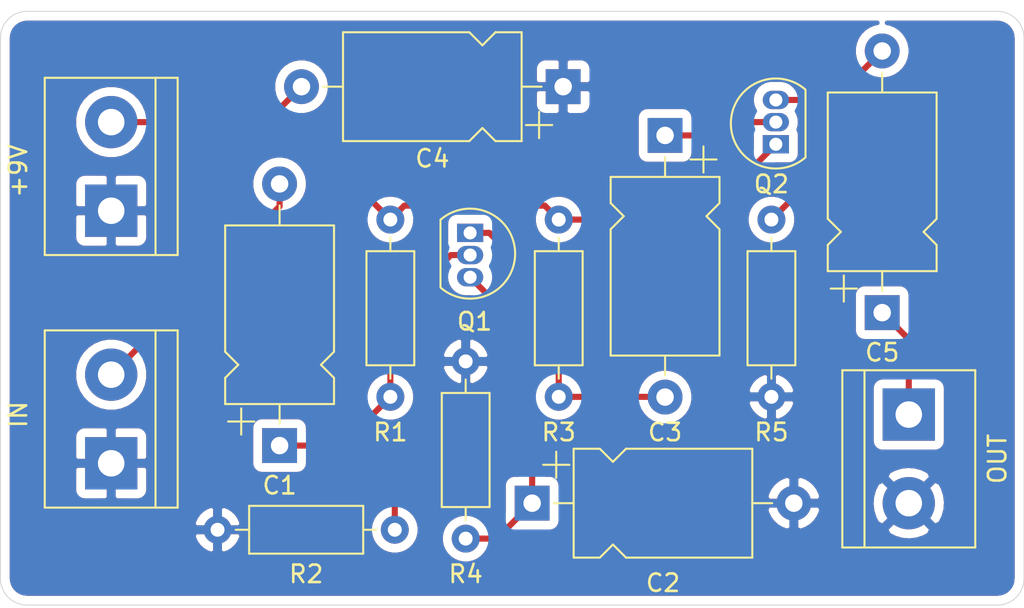
<source format=kicad_pcb>
(kicad_pcb (version 20171130) (host pcbnew "(5.1.7)-1")

  (general
    (thickness 1.6)
    (drawings 8)
    (tracks 38)
    (zones 0)
    (modules 15)
    (nets 10)
  )

  (page A4)
  (title_block
    (title "Two transistor AMP")
    (date 24.11.2021)
    (rev V1.0)
    (company "Ventspils Augstskola")
    (comment 1 Autors)
    (comment 2 "Aksels Ķirsons")
    (comment 3 "PCB_CAD kurss")
  )

  (layers
    (0 F.Cu mixed)
    (31 B.Cu mixed)
    (33 F.Adhes user)
    (35 F.Paste user)
    (37 F.SilkS user)
    (38 B.Mask user)
    (39 F.Mask user)
    (40 Dwgs.User user)
    (41 Cmts.User user)
    (42 Eco1.User user)
    (43 Eco2.User user)
    (44 Edge.Cuts user)
    (45 Margin user)
    (46 B.CrtYd user)
    (47 F.CrtYd user)
    (49 F.Fab user)
  )

  (setup
    (last_trace_width 0.35)
    (user_trace_width 0.7)
    (trace_clearance 0.2)
    (zone_clearance 0.508)
    (zone_45_only no)
    (trace_min 0.06)
    (via_size 0.4)
    (via_drill 0.2)
    (via_min_size 0.15)
    (via_min_drill 0.15)
    (user_via 0.8 0.4)
    (uvia_size 0.3)
    (uvia_drill 0.1)
    (uvias_allowed no)
    (uvia_min_size 0.2)
    (uvia_min_drill 0.1)
    (edge_width 0.05)
    (segment_width 0.2)
    (pcb_text_width 0.3)
    (pcb_text_size 1.5 1.5)
    (mod_edge_width 0.12)
    (mod_text_size 1 1)
    (mod_text_width 0.15)
    (pad_size 1.524 1.524)
    (pad_drill 0.762)
    (pad_to_mask_clearance 0)
    (aux_axis_origin 0 0)
    (visible_elements 7FFFFFFF)
    (pcbplotparams
      (layerselection 0x010e0_ffffffff)
      (usegerberextensions false)
      (usegerberattributes true)
      (usegerberadvancedattributes true)
      (creategerberjobfile true)
      (excludeedgelayer true)
      (linewidth 0.100000)
      (plotframeref false)
      (viasonmask false)
      (mode 1)
      (useauxorigin false)
      (hpglpennumber 1)
      (hpglpenspeed 20)
      (hpglpendiameter 15.000000)
      (psnegative false)
      (psa4output false)
      (plotreference true)
      (plotvalue true)
      (plotinvisibletext false)
      (padsonsilk false)
      (subtractmaskfromsilk false)
      (outputformat 1)
      (mirror false)
      (drillshape 0)
      (scaleselection 1)
      (outputdirectory "./"))
  )

  (net 0 "")
  (net 1 "Net-(C1-Pad1)")
  (net 2 "Net-(C1-Pad2)")
  (net 3 "Net-(C2-Pad1)")
  (net 4 GNDREF)
  (net 5 "Net-(C3-Pad1)")
  (net 6 "Net-(C3-Pad2)")
  (net 7 +9V)
  (net 8 "Net-(C5-Pad2)")
  (net 9 "Net-(C5-Pad1)")

  (net_class Default "This is the default net class."
    (clearance 0.2)
    (trace_width 0.35)
    (via_dia 0.4)
    (via_drill 0.2)
    (uvia_dia 0.3)
    (uvia_drill 0.1)
    (add_net +9V)
    (add_net GNDREF)
    (add_net "Net-(C1-Pad1)")
    (add_net "Net-(C1-Pad2)")
    (add_net "Net-(C2-Pad1)")
    (add_net "Net-(C3-Pad1)")
    (add_net "Net-(C3-Pad2)")
    (add_net "Net-(C5-Pad1)")
    (add_net "Net-(C5-Pad2)")
  )

  (net_class Power ""
    (clearance 0.2)
    (trace_width 0.7)
    (via_dia 0.8)
    (via_drill 0.4)
    (uvia_dia 0.6)
    (uvia_drill 0.2)
  )

  (module Capacitor_THT:CP_Axial_L10.0mm_D6.0mm_P15.00mm_Horizontal (layer F.Cu) (tedit 5AE50EF2) (tstamp 61A155F6)
    (at 124.968 58.928 90)
    (descr "CP, Axial series, Axial, Horizontal, pin pitch=15mm, , length*diameter=10*6mm^2, Electrolytic Capacitor, , http://www.vishay.com/docs/28325/021asm.pdf")
    (tags "CP Axial series Axial Horizontal pin pitch 15mm  length 10mm diameter 6mm Electrolytic Capacitor")
    (path /618275B7)
    (fp_text reference C1 (at -2.286 0 180) (layer F.SilkS)
      (effects (font (size 1 1) (thickness 0.15)))
    )
    (fp_text value 0.47u (at 7.5 4.12 90) (layer F.Fab)
      (effects (font (size 1 1) (thickness 0.15)))
    )
    (fp_line (start 2.5 -3) (end 2.5 3) (layer F.Fab) (width 0.1))
    (fp_line (start 12.5 -3) (end 12.5 3) (layer F.Fab) (width 0.1))
    (fp_line (start 2.5 -3) (end 3.88 -3) (layer F.Fab) (width 0.1))
    (fp_line (start 3.88 -3) (end 4.63 -2.25) (layer F.Fab) (width 0.1))
    (fp_line (start 4.63 -2.25) (end 5.38 -3) (layer F.Fab) (width 0.1))
    (fp_line (start 5.38 -3) (end 12.5 -3) (layer F.Fab) (width 0.1))
    (fp_line (start 2.5 3) (end 3.88 3) (layer F.Fab) (width 0.1))
    (fp_line (start 3.88 3) (end 4.63 2.25) (layer F.Fab) (width 0.1))
    (fp_line (start 4.63 2.25) (end 5.38 3) (layer F.Fab) (width 0.1))
    (fp_line (start 5.38 3) (end 12.5 3) (layer F.Fab) (width 0.1))
    (fp_line (start 0 0) (end 2.5 0) (layer F.Fab) (width 0.1))
    (fp_line (start 15 0) (end 12.5 0) (layer F.Fab) (width 0.1))
    (fp_line (start 3.9 0) (end 5.4 0) (layer F.Fab) (width 0.1))
    (fp_line (start 4.65 -0.75) (end 4.65 0.75) (layer F.Fab) (width 0.1))
    (fp_line (start 0.63 -2.2) (end 2.13 -2.2) (layer F.SilkS) (width 0.12))
    (fp_line (start 1.38 -2.95) (end 1.38 -1.45) (layer F.SilkS) (width 0.12))
    (fp_line (start 2.38 -3.12) (end 2.38 3.12) (layer F.SilkS) (width 0.12))
    (fp_line (start 12.62 -3.12) (end 12.62 3.12) (layer F.SilkS) (width 0.12))
    (fp_line (start 2.38 -3.12) (end 3.88 -3.12) (layer F.SilkS) (width 0.12))
    (fp_line (start 3.88 -3.12) (end 4.63 -2.37) (layer F.SilkS) (width 0.12))
    (fp_line (start 4.63 -2.37) (end 5.38 -3.12) (layer F.SilkS) (width 0.12))
    (fp_line (start 5.38 -3.12) (end 12.62 -3.12) (layer F.SilkS) (width 0.12))
    (fp_line (start 2.38 3.12) (end 3.88 3.12) (layer F.SilkS) (width 0.12))
    (fp_line (start 3.88 3.12) (end 4.63 2.37) (layer F.SilkS) (width 0.12))
    (fp_line (start 4.63 2.37) (end 5.38 3.12) (layer F.SilkS) (width 0.12))
    (fp_line (start 5.38 3.12) (end 12.62 3.12) (layer F.SilkS) (width 0.12))
    (fp_line (start 1.24 0) (end 2.38 0) (layer F.SilkS) (width 0.12))
    (fp_line (start 13.76 0) (end 12.62 0) (layer F.SilkS) (width 0.12))
    (fp_line (start -1.25 -3.25) (end -1.25 3.25) (layer F.CrtYd) (width 0.05))
    (fp_line (start -1.25 3.25) (end 16.25 3.25) (layer F.CrtYd) (width 0.05))
    (fp_line (start 16.25 3.25) (end 16.25 -3.25) (layer F.CrtYd) (width 0.05))
    (fp_line (start 16.25 -3.25) (end -1.25 -3.25) (layer F.CrtYd) (width 0.05))
    (fp_text user %R (at 7.5 0 90) (layer F.Fab)
      (effects (font (size 1 1) (thickness 0.15)))
    )
    (pad 1 thru_hole rect (at 0 0 90) (size 2 2) (drill 1) (layers *.Cu *.Mask)
      (net 1 "Net-(C1-Pad1)"))
    (pad 2 thru_hole oval (at 15 0 90) (size 2 2) (drill 1) (layers *.Cu *.Mask)
      (net 2 "Net-(C1-Pad2)"))
    (model ${KISYS3DMOD}/Capacitor_THT.3dshapes/CP_Axial_L10.0mm_D6.0mm_P15.00mm_Horizontal.wrl
      (at (xyz 0 0 0))
      (scale (xyz 1 1 1))
      (rotate (xyz 0 0 0))
    )
  )

  (module Capacitor_THT:CP_Axial_L10.0mm_D6.0mm_P15.00mm_Horizontal (layer F.Cu) (tedit 5AE50EF2) (tstamp 61A1041B)
    (at 139.446 62.23)
    (descr "CP, Axial series, Axial, Horizontal, pin pitch=15mm, , length*diameter=10*6mm^2, Electrolytic Capacitor, , http://www.vishay.com/docs/28325/021asm.pdf")
    (tags "CP Axial series Axial Horizontal pin pitch 15mm  length 10mm diameter 6mm Electrolytic Capacitor")
    (path /61804DB2)
    (fp_text reference C2 (at 7.5 4.572) (layer F.SilkS)
      (effects (font (size 1 1) (thickness 0.15)))
    )
    (fp_text value 4.7u (at 7.5 4.12) (layer F.Fab)
      (effects (font (size 1 1) (thickness 0.15)))
    )
    (fp_line (start 2.5 -3) (end 2.5 3) (layer F.Fab) (width 0.1))
    (fp_line (start 12.5 -3) (end 12.5 3) (layer F.Fab) (width 0.1))
    (fp_line (start 2.5 -3) (end 3.88 -3) (layer F.Fab) (width 0.1))
    (fp_line (start 3.88 -3) (end 4.63 -2.25) (layer F.Fab) (width 0.1))
    (fp_line (start 4.63 -2.25) (end 5.38 -3) (layer F.Fab) (width 0.1))
    (fp_line (start 5.38 -3) (end 12.5 -3) (layer F.Fab) (width 0.1))
    (fp_line (start 2.5 3) (end 3.88 3) (layer F.Fab) (width 0.1))
    (fp_line (start 3.88 3) (end 4.63 2.25) (layer F.Fab) (width 0.1))
    (fp_line (start 4.63 2.25) (end 5.38 3) (layer F.Fab) (width 0.1))
    (fp_line (start 5.38 3) (end 12.5 3) (layer F.Fab) (width 0.1))
    (fp_line (start 0 0) (end 2.5 0) (layer F.Fab) (width 0.1))
    (fp_line (start 15 0) (end 12.5 0) (layer F.Fab) (width 0.1))
    (fp_line (start 3.9 0) (end 5.4 0) (layer F.Fab) (width 0.1))
    (fp_line (start 4.65 -0.75) (end 4.65 0.75) (layer F.Fab) (width 0.1))
    (fp_line (start 0.63 -2.2) (end 2.13 -2.2) (layer F.SilkS) (width 0.12))
    (fp_line (start 1.38 -2.95) (end 1.38 -1.45) (layer F.SilkS) (width 0.12))
    (fp_line (start 2.38 -3.12) (end 2.38 3.12) (layer F.SilkS) (width 0.12))
    (fp_line (start 12.62 -3.12) (end 12.62 3.12) (layer F.SilkS) (width 0.12))
    (fp_line (start 2.38 -3.12) (end 3.88 -3.12) (layer F.SilkS) (width 0.12))
    (fp_line (start 3.88 -3.12) (end 4.63 -2.37) (layer F.SilkS) (width 0.12))
    (fp_line (start 4.63 -2.37) (end 5.38 -3.12) (layer F.SilkS) (width 0.12))
    (fp_line (start 5.38 -3.12) (end 12.62 -3.12) (layer F.SilkS) (width 0.12))
    (fp_line (start 2.38 3.12) (end 3.88 3.12) (layer F.SilkS) (width 0.12))
    (fp_line (start 3.88 3.12) (end 4.63 2.37) (layer F.SilkS) (width 0.12))
    (fp_line (start 4.63 2.37) (end 5.38 3.12) (layer F.SilkS) (width 0.12))
    (fp_line (start 5.38 3.12) (end 12.62 3.12) (layer F.SilkS) (width 0.12))
    (fp_line (start 1.24 0) (end 2.38 0) (layer F.SilkS) (width 0.12))
    (fp_line (start 13.76 0) (end 12.62 0) (layer F.SilkS) (width 0.12))
    (fp_line (start -1.25 -3.25) (end -1.25 3.25) (layer F.CrtYd) (width 0.05))
    (fp_line (start -1.25 3.25) (end 16.25 3.25) (layer F.CrtYd) (width 0.05))
    (fp_line (start 16.25 3.25) (end 16.25 -3.25) (layer F.CrtYd) (width 0.05))
    (fp_line (start 16.25 -3.25) (end -1.25 -3.25) (layer F.CrtYd) (width 0.05))
    (fp_text user %R (at 7.5 0) (layer F.Fab)
      (effects (font (size 1 1) (thickness 0.15)))
    )
    (pad 1 thru_hole rect (at 0 0) (size 2 2) (drill 1) (layers *.Cu *.Mask)
      (net 3 "Net-(C2-Pad1)"))
    (pad 2 thru_hole oval (at 15 0) (size 2 2) (drill 1) (layers *.Cu *.Mask)
      (net 4 GNDREF))
    (model ${KISYS3DMOD}/Capacitor_THT.3dshapes/CP_Axial_L10.0mm_D6.0mm_P15.00mm_Horizontal.wrl
      (at (xyz 0 0 0))
      (scale (xyz 1 1 1))
      (rotate (xyz 0 0 0))
    )
  )

  (module Capacitor_THT:CP_Axial_L10.0mm_D6.0mm_P15.00mm_Horizontal (layer F.Cu) (tedit 5AE50EF2) (tstamp 61A10442)
    (at 147.066 41.148 270)
    (descr "CP, Axial series, Axial, Horizontal, pin pitch=15mm, , length*diameter=10*6mm^2, Electrolytic Capacitor, , http://www.vishay.com/docs/28325/021asm.pdf")
    (tags "CP Axial series Axial Horizontal pin pitch 15mm  length 10mm diameter 6mm Electrolytic Capacitor")
    (path /6180618F)
    (fp_text reference C3 (at 17.018 0 180) (layer F.SilkS)
      (effects (font (size 1 1) (thickness 0.15)))
    )
    (fp_text value 0.47u (at 7.5 4.12 90) (layer F.Fab)
      (effects (font (size 1 1) (thickness 0.15)))
    )
    (fp_line (start 2.5 -3) (end 2.5 3) (layer F.Fab) (width 0.1))
    (fp_line (start 12.5 -3) (end 12.5 3) (layer F.Fab) (width 0.1))
    (fp_line (start 2.5 -3) (end 3.88 -3) (layer F.Fab) (width 0.1))
    (fp_line (start 3.88 -3) (end 4.63 -2.25) (layer F.Fab) (width 0.1))
    (fp_line (start 4.63 -2.25) (end 5.38 -3) (layer F.Fab) (width 0.1))
    (fp_line (start 5.38 -3) (end 12.5 -3) (layer F.Fab) (width 0.1))
    (fp_line (start 2.5 3) (end 3.88 3) (layer F.Fab) (width 0.1))
    (fp_line (start 3.88 3) (end 4.63 2.25) (layer F.Fab) (width 0.1))
    (fp_line (start 4.63 2.25) (end 5.38 3) (layer F.Fab) (width 0.1))
    (fp_line (start 5.38 3) (end 12.5 3) (layer F.Fab) (width 0.1))
    (fp_line (start 0 0) (end 2.5 0) (layer F.Fab) (width 0.1))
    (fp_line (start 15 0) (end 12.5 0) (layer F.Fab) (width 0.1))
    (fp_line (start 3.9 0) (end 5.4 0) (layer F.Fab) (width 0.1))
    (fp_line (start 4.65 -0.75) (end 4.65 0.75) (layer F.Fab) (width 0.1))
    (fp_line (start 0.63 -2.2) (end 2.13 -2.2) (layer F.SilkS) (width 0.12))
    (fp_line (start 1.38 -2.95) (end 1.38 -1.45) (layer F.SilkS) (width 0.12))
    (fp_line (start 2.38 -3.12) (end 2.38 3.12) (layer F.SilkS) (width 0.12))
    (fp_line (start 12.62 -3.12) (end 12.62 3.12) (layer F.SilkS) (width 0.12))
    (fp_line (start 2.38 -3.12) (end 3.88 -3.12) (layer F.SilkS) (width 0.12))
    (fp_line (start 3.88 -3.12) (end 4.63 -2.37) (layer F.SilkS) (width 0.12))
    (fp_line (start 4.63 -2.37) (end 5.38 -3.12) (layer F.SilkS) (width 0.12))
    (fp_line (start 5.38 -3.12) (end 12.62 -3.12) (layer F.SilkS) (width 0.12))
    (fp_line (start 2.38 3.12) (end 3.88 3.12) (layer F.SilkS) (width 0.12))
    (fp_line (start 3.88 3.12) (end 4.63 2.37) (layer F.SilkS) (width 0.12))
    (fp_line (start 4.63 2.37) (end 5.38 3.12) (layer F.SilkS) (width 0.12))
    (fp_line (start 5.38 3.12) (end 12.62 3.12) (layer F.SilkS) (width 0.12))
    (fp_line (start 1.24 0) (end 2.38 0) (layer F.SilkS) (width 0.12))
    (fp_line (start 13.76 0) (end 12.62 0) (layer F.SilkS) (width 0.12))
    (fp_line (start -1.25 -3.25) (end -1.25 3.25) (layer F.CrtYd) (width 0.05))
    (fp_line (start -1.25 3.25) (end 16.25 3.25) (layer F.CrtYd) (width 0.05))
    (fp_line (start 16.25 3.25) (end 16.25 -3.25) (layer F.CrtYd) (width 0.05))
    (fp_line (start 16.25 -3.25) (end -1.25 -3.25) (layer F.CrtYd) (width 0.05))
    (fp_text user %R (at 7.5 0 90) (layer F.Fab)
      (effects (font (size 1 1) (thickness 0.15)))
    )
    (pad 1 thru_hole rect (at 0 0 270) (size 2 2) (drill 1) (layers *.Cu *.Mask)
      (net 5 "Net-(C3-Pad1)"))
    (pad 2 thru_hole oval (at 15 0 270) (size 2 2) (drill 1) (layers *.Cu *.Mask)
      (net 6 "Net-(C3-Pad2)"))
    (model ${KISYS3DMOD}/Capacitor_THT.3dshapes/CP_Axial_L10.0mm_D6.0mm_P15.00mm_Horizontal.wrl
      (at (xyz 0 0 0))
      (scale (xyz 1 1 1))
      (rotate (xyz 0 0 0))
    )
  )

  (module Capacitor_THT:CP_Axial_L10.0mm_D6.0mm_P15.00mm_Horizontal (layer F.Cu) (tedit 5AE50EF2) (tstamp 61A1524C)
    (at 141.224 38.354 180)
    (descr "CP, Axial series, Axial, Horizontal, pin pitch=15mm, , length*diameter=10*6mm^2, Electrolytic Capacitor, , http://www.vishay.com/docs/28325/021asm.pdf")
    (tags "CP Axial series Axial Horizontal pin pitch 15mm  length 10mm diameter 6mm Electrolytic Capacitor")
    (path /61805FC7)
    (fp_text reference C4 (at 7.5 -4.12) (layer F.SilkS)
      (effects (font (size 1 1) (thickness 0.15)))
    )
    (fp_text value 47u (at 7.5 4.12) (layer F.Fab)
      (effects (font (size 1 1) (thickness 0.15)))
    )
    (fp_line (start 16.25 -3.25) (end -1.25 -3.25) (layer F.CrtYd) (width 0.05))
    (fp_line (start 16.25 3.25) (end 16.25 -3.25) (layer F.CrtYd) (width 0.05))
    (fp_line (start -1.25 3.25) (end 16.25 3.25) (layer F.CrtYd) (width 0.05))
    (fp_line (start -1.25 -3.25) (end -1.25 3.25) (layer F.CrtYd) (width 0.05))
    (fp_line (start 13.76 0) (end 12.62 0) (layer F.SilkS) (width 0.12))
    (fp_line (start 1.24 0) (end 2.38 0) (layer F.SilkS) (width 0.12))
    (fp_line (start 5.38 3.12) (end 12.62 3.12) (layer F.SilkS) (width 0.12))
    (fp_line (start 4.63 2.37) (end 5.38 3.12) (layer F.SilkS) (width 0.12))
    (fp_line (start 3.88 3.12) (end 4.63 2.37) (layer F.SilkS) (width 0.12))
    (fp_line (start 2.38 3.12) (end 3.88 3.12) (layer F.SilkS) (width 0.12))
    (fp_line (start 5.38 -3.12) (end 12.62 -3.12) (layer F.SilkS) (width 0.12))
    (fp_line (start 4.63 -2.37) (end 5.38 -3.12) (layer F.SilkS) (width 0.12))
    (fp_line (start 3.88 -3.12) (end 4.63 -2.37) (layer F.SilkS) (width 0.12))
    (fp_line (start 2.38 -3.12) (end 3.88 -3.12) (layer F.SilkS) (width 0.12))
    (fp_line (start 12.62 -3.12) (end 12.62 3.12) (layer F.SilkS) (width 0.12))
    (fp_line (start 2.38 -3.12) (end 2.38 3.12) (layer F.SilkS) (width 0.12))
    (fp_line (start 1.38 -2.95) (end 1.38 -1.45) (layer F.SilkS) (width 0.12))
    (fp_line (start 0.63 -2.2) (end 2.13 -2.2) (layer F.SilkS) (width 0.12))
    (fp_line (start 4.65 -0.75) (end 4.65 0.75) (layer F.Fab) (width 0.1))
    (fp_line (start 3.9 0) (end 5.4 0) (layer F.Fab) (width 0.1))
    (fp_line (start 15 0) (end 12.5 0) (layer F.Fab) (width 0.1))
    (fp_line (start 0 0) (end 2.5 0) (layer F.Fab) (width 0.1))
    (fp_line (start 5.38 3) (end 12.5 3) (layer F.Fab) (width 0.1))
    (fp_line (start 4.63 2.25) (end 5.38 3) (layer F.Fab) (width 0.1))
    (fp_line (start 3.88 3) (end 4.63 2.25) (layer F.Fab) (width 0.1))
    (fp_line (start 2.5 3) (end 3.88 3) (layer F.Fab) (width 0.1))
    (fp_line (start 5.38 -3) (end 12.5 -3) (layer F.Fab) (width 0.1))
    (fp_line (start 4.63 -2.25) (end 5.38 -3) (layer F.Fab) (width 0.1))
    (fp_line (start 3.88 -3) (end 4.63 -2.25) (layer F.Fab) (width 0.1))
    (fp_line (start 2.5 -3) (end 3.88 -3) (layer F.Fab) (width 0.1))
    (fp_line (start 12.5 -3) (end 12.5 3) (layer F.Fab) (width 0.1))
    (fp_line (start 2.5 -3) (end 2.5 3) (layer F.Fab) (width 0.1))
    (fp_text user %R (at 7.5 0) (layer F.Fab)
      (effects (font (size 1 1) (thickness 0.15)))
    )
    (pad 2 thru_hole oval (at 15 0 180) (size 2 2) (drill 1) (layers *.Cu *.Mask)
      (net 7 +9V))
    (pad 1 thru_hole rect (at 0 0 180) (size 2 2) (drill 1) (layers *.Cu *.Mask)
      (net 4 GNDREF))
    (model ${KISYS3DMOD}/Capacitor_THT.3dshapes/CP_Axial_L10.0mm_D6.0mm_P15.00mm_Horizontal.wrl
      (at (xyz 0 0 0))
      (scale (xyz 1 1 1))
      (rotate (xyz 0 0 0))
    )
  )

  (module Capacitor_THT:CP_Axial_L10.0mm_D6.0mm_P15.00mm_Horizontal (layer F.Cu) (tedit 5AE50EF2) (tstamp 61A10490)
    (at 159.512 51.308 90)
    (descr "CP, Axial series, Axial, Horizontal, pin pitch=15mm, , length*diameter=10*6mm^2, Electrolytic Capacitor, , http://www.vishay.com/docs/28325/021asm.pdf")
    (tags "CP Axial series Axial Horizontal pin pitch 15mm  length 10mm diameter 6mm Electrolytic Capacitor")
    (path /618063C7)
    (fp_text reference C5 (at -2.286 0 180) (layer F.SilkS)
      (effects (font (size 1 1) (thickness 0.15)))
    )
    (fp_text value 33u (at 7.5 4.12 90) (layer F.Fab)
      (effects (font (size 1 1) (thickness 0.15)))
    )
    (fp_line (start 16.25 -3.25) (end -1.25 -3.25) (layer F.CrtYd) (width 0.05))
    (fp_line (start 16.25 3.25) (end 16.25 -3.25) (layer F.CrtYd) (width 0.05))
    (fp_line (start -1.25 3.25) (end 16.25 3.25) (layer F.CrtYd) (width 0.05))
    (fp_line (start -1.25 -3.25) (end -1.25 3.25) (layer F.CrtYd) (width 0.05))
    (fp_line (start 13.76 0) (end 12.62 0) (layer F.SilkS) (width 0.12))
    (fp_line (start 1.24 0) (end 2.38 0) (layer F.SilkS) (width 0.12))
    (fp_line (start 5.38 3.12) (end 12.62 3.12) (layer F.SilkS) (width 0.12))
    (fp_line (start 4.63 2.37) (end 5.38 3.12) (layer F.SilkS) (width 0.12))
    (fp_line (start 3.88 3.12) (end 4.63 2.37) (layer F.SilkS) (width 0.12))
    (fp_line (start 2.38 3.12) (end 3.88 3.12) (layer F.SilkS) (width 0.12))
    (fp_line (start 5.38 -3.12) (end 12.62 -3.12) (layer F.SilkS) (width 0.12))
    (fp_line (start 4.63 -2.37) (end 5.38 -3.12) (layer F.SilkS) (width 0.12))
    (fp_line (start 3.88 -3.12) (end 4.63 -2.37) (layer F.SilkS) (width 0.12))
    (fp_line (start 2.38 -3.12) (end 3.88 -3.12) (layer F.SilkS) (width 0.12))
    (fp_line (start 12.62 -3.12) (end 12.62 3.12) (layer F.SilkS) (width 0.12))
    (fp_line (start 2.38 -3.12) (end 2.38 3.12) (layer F.SilkS) (width 0.12))
    (fp_line (start 1.38 -2.95) (end 1.38 -1.45) (layer F.SilkS) (width 0.12))
    (fp_line (start 0.63 -2.2) (end 2.13 -2.2) (layer F.SilkS) (width 0.12))
    (fp_line (start 4.65 -0.75) (end 4.65 0.75) (layer F.Fab) (width 0.1))
    (fp_line (start 3.9 0) (end 5.4 0) (layer F.Fab) (width 0.1))
    (fp_line (start 15 0) (end 12.5 0) (layer F.Fab) (width 0.1))
    (fp_line (start 0 0) (end 2.5 0) (layer F.Fab) (width 0.1))
    (fp_line (start 5.38 3) (end 12.5 3) (layer F.Fab) (width 0.1))
    (fp_line (start 4.63 2.25) (end 5.38 3) (layer F.Fab) (width 0.1))
    (fp_line (start 3.88 3) (end 4.63 2.25) (layer F.Fab) (width 0.1))
    (fp_line (start 2.5 3) (end 3.88 3) (layer F.Fab) (width 0.1))
    (fp_line (start 5.38 -3) (end 12.5 -3) (layer F.Fab) (width 0.1))
    (fp_line (start 4.63 -2.25) (end 5.38 -3) (layer F.Fab) (width 0.1))
    (fp_line (start 3.88 -3) (end 4.63 -2.25) (layer F.Fab) (width 0.1))
    (fp_line (start 2.5 -3) (end 3.88 -3) (layer F.Fab) (width 0.1))
    (fp_line (start 12.5 -3) (end 12.5 3) (layer F.Fab) (width 0.1))
    (fp_line (start 2.5 -3) (end 2.5 3) (layer F.Fab) (width 0.1))
    (fp_text user %R (at 7.5 0 90) (layer F.Fab)
      (effects (font (size 1 1) (thickness 0.15)))
    )
    (pad 2 thru_hole oval (at 15 0 90) (size 2 2) (drill 1) (layers *.Cu *.Mask)
      (net 8 "Net-(C5-Pad2)"))
    (pad 1 thru_hole rect (at 0 0 90) (size 2 2) (drill 1) (layers *.Cu *.Mask)
      (net 9 "Net-(C5-Pad1)"))
    (model ${KISYS3DMOD}/Capacitor_THT.3dshapes/CP_Axial_L10.0mm_D6.0mm_P15.00mm_Horizontal.wrl
      (at (xyz 0 0 0))
      (scale (xyz 1 1 1))
      (rotate (xyz 0 0 0))
    )
  )

  (module Resistor_THT:R_Axial_DIN0207_L6.3mm_D2.5mm_P10.16mm_Horizontal (layer F.Cu) (tedit 5AE5139B) (tstamp 61A104F3)
    (at 131.318 45.974 270)
    (descr "Resistor, Axial_DIN0207 series, Axial, Horizontal, pin pitch=10.16mm, 0.25W = 1/4W, length*diameter=6.3*2.5mm^2, http://cdn-reichelt.de/documents/datenblatt/B400/1_4W%23YAG.pdf")
    (tags "Resistor Axial_DIN0207 series Axial Horizontal pin pitch 10.16mm 0.25W = 1/4W length 6.3mm diameter 2.5mm")
    (path /61802F8F)
    (fp_text reference R1 (at 12.192 0 180) (layer F.SilkS)
      (effects (font (size 1 1) (thickness 0.15)))
    )
    (fp_text value 220k (at 5.08 2.37 90) (layer F.Fab)
      (effects (font (size 1 1) (thickness 0.15)))
    )
    (fp_line (start 11.21 -1.5) (end -1.05 -1.5) (layer F.CrtYd) (width 0.05))
    (fp_line (start 11.21 1.5) (end 11.21 -1.5) (layer F.CrtYd) (width 0.05))
    (fp_line (start -1.05 1.5) (end 11.21 1.5) (layer F.CrtYd) (width 0.05))
    (fp_line (start -1.05 -1.5) (end -1.05 1.5) (layer F.CrtYd) (width 0.05))
    (fp_line (start 9.12 0) (end 8.35 0) (layer F.SilkS) (width 0.12))
    (fp_line (start 1.04 0) (end 1.81 0) (layer F.SilkS) (width 0.12))
    (fp_line (start 8.35 -1.37) (end 1.81 -1.37) (layer F.SilkS) (width 0.12))
    (fp_line (start 8.35 1.37) (end 8.35 -1.37) (layer F.SilkS) (width 0.12))
    (fp_line (start 1.81 1.37) (end 8.35 1.37) (layer F.SilkS) (width 0.12))
    (fp_line (start 1.81 -1.37) (end 1.81 1.37) (layer F.SilkS) (width 0.12))
    (fp_line (start 10.16 0) (end 8.23 0) (layer F.Fab) (width 0.1))
    (fp_line (start 0 0) (end 1.93 0) (layer F.Fab) (width 0.1))
    (fp_line (start 8.23 -1.25) (end 1.93 -1.25) (layer F.Fab) (width 0.1))
    (fp_line (start 8.23 1.25) (end 8.23 -1.25) (layer F.Fab) (width 0.1))
    (fp_line (start 1.93 1.25) (end 8.23 1.25) (layer F.Fab) (width 0.1))
    (fp_line (start 1.93 -1.25) (end 1.93 1.25) (layer F.Fab) (width 0.1))
    (fp_text user %R (at 5.08 0 90) (layer F.Fab)
      (effects (font (size 1 1) (thickness 0.15)))
    )
    (pad 2 thru_hole oval (at 10.16 0 270) (size 1.6 1.6) (drill 0.8) (layers *.Cu *.Mask)
      (net 1 "Net-(C1-Pad1)"))
    (pad 1 thru_hole circle (at 0 0 270) (size 1.6 1.6) (drill 0.8) (layers *.Cu *.Mask)
      (net 7 +9V))
    (model ${KISYS3DMOD}/Resistor_THT.3dshapes/R_Axial_DIN0207_L6.3mm_D2.5mm_P10.16mm_Horizontal.wrl
      (at (xyz 0 0 0))
      (scale (xyz 1 1 1))
      (rotate (xyz 0 0 0))
    )
  )

  (module Resistor_THT:R_Axial_DIN0207_L6.3mm_D2.5mm_P10.16mm_Horizontal (layer F.Cu) (tedit 5AE5139B) (tstamp 61A1050A)
    (at 131.572 63.754 180)
    (descr "Resistor, Axial_DIN0207 series, Axial, Horizontal, pin pitch=10.16mm, 0.25W = 1/4W, length*diameter=6.3*2.5mm^2, http://cdn-reichelt.de/documents/datenblatt/B400/1_4W%23YAG.pdf")
    (tags "Resistor Axial_DIN0207 series Axial Horizontal pin pitch 10.16mm 0.25W = 1/4W length 6.3mm diameter 2.5mm")
    (path /61802867)
    (fp_text reference R2 (at 5.08 -2.54) (layer F.SilkS)
      (effects (font (size 1 1) (thickness 0.15)))
    )
    (fp_text value 27k (at 5.08 2.37) (layer F.Fab)
      (effects (font (size 1 1) (thickness 0.15)))
    )
    (fp_line (start 1.93 -1.25) (end 1.93 1.25) (layer F.Fab) (width 0.1))
    (fp_line (start 1.93 1.25) (end 8.23 1.25) (layer F.Fab) (width 0.1))
    (fp_line (start 8.23 1.25) (end 8.23 -1.25) (layer F.Fab) (width 0.1))
    (fp_line (start 8.23 -1.25) (end 1.93 -1.25) (layer F.Fab) (width 0.1))
    (fp_line (start 0 0) (end 1.93 0) (layer F.Fab) (width 0.1))
    (fp_line (start 10.16 0) (end 8.23 0) (layer F.Fab) (width 0.1))
    (fp_line (start 1.81 -1.37) (end 1.81 1.37) (layer F.SilkS) (width 0.12))
    (fp_line (start 1.81 1.37) (end 8.35 1.37) (layer F.SilkS) (width 0.12))
    (fp_line (start 8.35 1.37) (end 8.35 -1.37) (layer F.SilkS) (width 0.12))
    (fp_line (start 8.35 -1.37) (end 1.81 -1.37) (layer F.SilkS) (width 0.12))
    (fp_line (start 1.04 0) (end 1.81 0) (layer F.SilkS) (width 0.12))
    (fp_line (start 9.12 0) (end 8.35 0) (layer F.SilkS) (width 0.12))
    (fp_line (start -1.05 -1.5) (end -1.05 1.5) (layer F.CrtYd) (width 0.05))
    (fp_line (start -1.05 1.5) (end 11.21 1.5) (layer F.CrtYd) (width 0.05))
    (fp_line (start 11.21 1.5) (end 11.21 -1.5) (layer F.CrtYd) (width 0.05))
    (fp_line (start 11.21 -1.5) (end -1.05 -1.5) (layer F.CrtYd) (width 0.05))
    (fp_text user %R (at 5.08 0) (layer F.Fab)
      (effects (font (size 1 1) (thickness 0.15)))
    )
    (pad 1 thru_hole circle (at 0 0 180) (size 1.6 1.6) (drill 0.8) (layers *.Cu *.Mask)
      (net 1 "Net-(C1-Pad1)"))
    (pad 2 thru_hole oval (at 10.16 0 180) (size 1.6 1.6) (drill 0.8) (layers *.Cu *.Mask)
      (net 4 GNDREF))
    (model ${KISYS3DMOD}/Resistor_THT.3dshapes/R_Axial_DIN0207_L6.3mm_D2.5mm_P10.16mm_Horizontal.wrl
      (at (xyz 0 0 0))
      (scale (xyz 1 1 1))
      (rotate (xyz 0 0 0))
    )
  )

  (module Resistor_THT:R_Axial_DIN0207_L6.3mm_D2.5mm_P10.16mm_Horizontal (layer F.Cu) (tedit 5AE5139B) (tstamp 61A10521)
    (at 140.97 45.974 270)
    (descr "Resistor, Axial_DIN0207 series, Axial, Horizontal, pin pitch=10.16mm, 0.25W = 1/4W, length*diameter=6.3*2.5mm^2, http://cdn-reichelt.de/documents/datenblatt/B400/1_4W%23YAG.pdf")
    (tags "Resistor Axial_DIN0207 series Axial Horizontal pin pitch 10.16mm 0.25W = 1/4W length 6.3mm diameter 2.5mm")
    (path /61802EC9)
    (fp_text reference R3 (at 12.192 0 180) (layer F.SilkS)
      (effects (font (size 1 1) (thickness 0.15)))
    )
    (fp_text value 10k (at 5.08 2.37 90) (layer F.Fab)
      (effects (font (size 1 1) (thickness 0.15)))
    )
    (fp_line (start 1.93 -1.25) (end 1.93 1.25) (layer F.Fab) (width 0.1))
    (fp_line (start 1.93 1.25) (end 8.23 1.25) (layer F.Fab) (width 0.1))
    (fp_line (start 8.23 1.25) (end 8.23 -1.25) (layer F.Fab) (width 0.1))
    (fp_line (start 8.23 -1.25) (end 1.93 -1.25) (layer F.Fab) (width 0.1))
    (fp_line (start 0 0) (end 1.93 0) (layer F.Fab) (width 0.1))
    (fp_line (start 10.16 0) (end 8.23 0) (layer F.Fab) (width 0.1))
    (fp_line (start 1.81 -1.37) (end 1.81 1.37) (layer F.SilkS) (width 0.12))
    (fp_line (start 1.81 1.37) (end 8.35 1.37) (layer F.SilkS) (width 0.12))
    (fp_line (start 8.35 1.37) (end 8.35 -1.37) (layer F.SilkS) (width 0.12))
    (fp_line (start 8.35 -1.37) (end 1.81 -1.37) (layer F.SilkS) (width 0.12))
    (fp_line (start 1.04 0) (end 1.81 0) (layer F.SilkS) (width 0.12))
    (fp_line (start 9.12 0) (end 8.35 0) (layer F.SilkS) (width 0.12))
    (fp_line (start -1.05 -1.5) (end -1.05 1.5) (layer F.CrtYd) (width 0.05))
    (fp_line (start -1.05 1.5) (end 11.21 1.5) (layer F.CrtYd) (width 0.05))
    (fp_line (start 11.21 1.5) (end 11.21 -1.5) (layer F.CrtYd) (width 0.05))
    (fp_line (start 11.21 -1.5) (end -1.05 -1.5) (layer F.CrtYd) (width 0.05))
    (fp_text user %R (at 5.08 0 90) (layer F.Fab)
      (effects (font (size 1 1) (thickness 0.15)))
    )
    (pad 1 thru_hole circle (at 0 0 270) (size 1.6 1.6) (drill 0.8) (layers *.Cu *.Mask)
      (net 7 +9V))
    (pad 2 thru_hole oval (at 10.16 0 270) (size 1.6 1.6) (drill 0.8) (layers *.Cu *.Mask)
      (net 6 "Net-(C3-Pad2)"))
    (model ${KISYS3DMOD}/Resistor_THT.3dshapes/R_Axial_DIN0207_L6.3mm_D2.5mm_P10.16mm_Horizontal.wrl
      (at (xyz 0 0 0))
      (scale (xyz 1 1 1))
      (rotate (xyz 0 0 0))
    )
  )

  (module Resistor_THT:R_Axial_DIN0207_L6.3mm_D2.5mm_P10.16mm_Horizontal (layer F.Cu) (tedit 5AE5139B) (tstamp 61A10538)
    (at 135.636 64.262 90)
    (descr "Resistor, Axial_DIN0207 series, Axial, Horizontal, pin pitch=10.16mm, 0.25W = 1/4W, length*diameter=6.3*2.5mm^2, http://cdn-reichelt.de/documents/datenblatt/B400/1_4W%23YAG.pdf")
    (tags "Resistor Axial_DIN0207 series Axial Horizontal pin pitch 10.16mm 0.25W = 1/4W length 6.3mm diameter 2.5mm")
    (path /618030C1)
    (fp_text reference R4 (at -2.032 0 180) (layer F.SilkS)
      (effects (font (size 1 1) (thickness 0.15)))
    )
    (fp_text value 1k5 (at 5.08 2.37 90) (layer F.Fab)
      (effects (font (size 1 1) (thickness 0.15)))
    )
    (fp_line (start 1.93 -1.25) (end 1.93 1.25) (layer F.Fab) (width 0.1))
    (fp_line (start 1.93 1.25) (end 8.23 1.25) (layer F.Fab) (width 0.1))
    (fp_line (start 8.23 1.25) (end 8.23 -1.25) (layer F.Fab) (width 0.1))
    (fp_line (start 8.23 -1.25) (end 1.93 -1.25) (layer F.Fab) (width 0.1))
    (fp_line (start 0 0) (end 1.93 0) (layer F.Fab) (width 0.1))
    (fp_line (start 10.16 0) (end 8.23 0) (layer F.Fab) (width 0.1))
    (fp_line (start 1.81 -1.37) (end 1.81 1.37) (layer F.SilkS) (width 0.12))
    (fp_line (start 1.81 1.37) (end 8.35 1.37) (layer F.SilkS) (width 0.12))
    (fp_line (start 8.35 1.37) (end 8.35 -1.37) (layer F.SilkS) (width 0.12))
    (fp_line (start 8.35 -1.37) (end 1.81 -1.37) (layer F.SilkS) (width 0.12))
    (fp_line (start 1.04 0) (end 1.81 0) (layer F.SilkS) (width 0.12))
    (fp_line (start 9.12 0) (end 8.35 0) (layer F.SilkS) (width 0.12))
    (fp_line (start -1.05 -1.5) (end -1.05 1.5) (layer F.CrtYd) (width 0.05))
    (fp_line (start -1.05 1.5) (end 11.21 1.5) (layer F.CrtYd) (width 0.05))
    (fp_line (start 11.21 1.5) (end 11.21 -1.5) (layer F.CrtYd) (width 0.05))
    (fp_line (start 11.21 -1.5) (end -1.05 -1.5) (layer F.CrtYd) (width 0.05))
    (fp_text user %R (at 5.08 0 90) (layer F.Fab)
      (effects (font (size 1 1) (thickness 0.15)))
    )
    (pad 1 thru_hole circle (at 0 0 90) (size 1.6 1.6) (drill 0.8) (layers *.Cu *.Mask)
      (net 3 "Net-(C2-Pad1)"))
    (pad 2 thru_hole oval (at 10.16 0 90) (size 1.6 1.6) (drill 0.8) (layers *.Cu *.Mask)
      (net 4 GNDREF))
    (model ${KISYS3DMOD}/Resistor_THT.3dshapes/R_Axial_DIN0207_L6.3mm_D2.5mm_P10.16mm_Horizontal.wrl
      (at (xyz 0 0 0))
      (scale (xyz 1 1 1))
      (rotate (xyz 0 0 0))
    )
  )

  (module Resistor_THT:R_Axial_DIN0207_L6.3mm_D2.5mm_P10.16mm_Horizontal (layer F.Cu) (tedit 5AE5139B) (tstamp 61A1054F)
    (at 153.162 45.974 270)
    (descr "Resistor, Axial_DIN0207 series, Axial, Horizontal, pin pitch=10.16mm, 0.25W = 1/4W, length*diameter=6.3*2.5mm^2, http://cdn-reichelt.de/documents/datenblatt/B400/1_4W%23YAG.pdf")
    (tags "Resistor Axial_DIN0207 series Axial Horizontal pin pitch 10.16mm 0.25W = 1/4W length 6.3mm diameter 2.5mm")
    (path /61802D01)
    (fp_text reference R5 (at 12.192 0 180) (layer F.SilkS)
      (effects (font (size 1 1) (thickness 0.15)))
    )
    (fp_text value 10k (at 5.08 2.37 90) (layer F.Fab)
      (effects (font (size 1 1) (thickness 0.15)))
    )
    (fp_line (start 11.21 -1.5) (end -1.05 -1.5) (layer F.CrtYd) (width 0.05))
    (fp_line (start 11.21 1.5) (end 11.21 -1.5) (layer F.CrtYd) (width 0.05))
    (fp_line (start -1.05 1.5) (end 11.21 1.5) (layer F.CrtYd) (width 0.05))
    (fp_line (start -1.05 -1.5) (end -1.05 1.5) (layer F.CrtYd) (width 0.05))
    (fp_line (start 9.12 0) (end 8.35 0) (layer F.SilkS) (width 0.12))
    (fp_line (start 1.04 0) (end 1.81 0) (layer F.SilkS) (width 0.12))
    (fp_line (start 8.35 -1.37) (end 1.81 -1.37) (layer F.SilkS) (width 0.12))
    (fp_line (start 8.35 1.37) (end 8.35 -1.37) (layer F.SilkS) (width 0.12))
    (fp_line (start 1.81 1.37) (end 8.35 1.37) (layer F.SilkS) (width 0.12))
    (fp_line (start 1.81 -1.37) (end 1.81 1.37) (layer F.SilkS) (width 0.12))
    (fp_line (start 10.16 0) (end 8.23 0) (layer F.Fab) (width 0.1))
    (fp_line (start 0 0) (end 1.93 0) (layer F.Fab) (width 0.1))
    (fp_line (start 8.23 -1.25) (end 1.93 -1.25) (layer F.Fab) (width 0.1))
    (fp_line (start 8.23 1.25) (end 8.23 -1.25) (layer F.Fab) (width 0.1))
    (fp_line (start 1.93 1.25) (end 8.23 1.25) (layer F.Fab) (width 0.1))
    (fp_line (start 1.93 -1.25) (end 1.93 1.25) (layer F.Fab) (width 0.1))
    (fp_text user %R (at 5.08 0 90) (layer F.Fab)
      (effects (font (size 1 1) (thickness 0.15)))
    )
    (pad 2 thru_hole oval (at 10.16 0 270) (size 1.6 1.6) (drill 0.8) (layers *.Cu *.Mask)
      (net 4 GNDREF))
    (pad 1 thru_hole circle (at 0 0 270) (size 1.6 1.6) (drill 0.8) (layers *.Cu *.Mask)
      (net 8 "Net-(C5-Pad2)"))
    (model ${KISYS3DMOD}/Resistor_THT.3dshapes/R_Axial_DIN0207_L6.3mm_D2.5mm_P10.16mm_Horizontal.wrl
      (at (xyz 0 0 0))
      (scale (xyz 1 1 1))
      (rotate (xyz 0 0 0))
    )
  )

  (module TerminalBlock:TerminalBlock_bornier-2_P5.08mm (layer F.Cu) (tedit 59FF03AB) (tstamp 61A171FF)
    (at 115.316 59.944 90)
    (descr "simple 2-pin terminal block, pitch 5.08mm, revamped version of bornier2")
    (tags "terminal block bornier2")
    (path /61A12F31)
    (fp_text reference IN (at 2.794 -5.334 -90) (layer F.SilkS)
      (effects (font (size 1 1) (thickness 0.15)))
    )
    (fp_text value Screw_Terminal_01x02 (at 2.54 5.08 90) (layer F.Fab)
      (effects (font (size 1 1) (thickness 0.15)))
    )
    (fp_line (start -2.41 2.55) (end 7.49 2.55) (layer F.Fab) (width 0.1))
    (fp_line (start -2.46 -3.75) (end -2.46 3.75) (layer F.Fab) (width 0.1))
    (fp_line (start -2.46 3.75) (end 7.54 3.75) (layer F.Fab) (width 0.1))
    (fp_line (start 7.54 3.75) (end 7.54 -3.75) (layer F.Fab) (width 0.1))
    (fp_line (start 7.54 -3.75) (end -2.46 -3.75) (layer F.Fab) (width 0.1))
    (fp_line (start 7.62 2.54) (end -2.54 2.54) (layer F.SilkS) (width 0.12))
    (fp_line (start 7.62 3.81) (end 7.62 -3.81) (layer F.SilkS) (width 0.12))
    (fp_line (start 7.62 -3.81) (end -2.54 -3.81) (layer F.SilkS) (width 0.12))
    (fp_line (start -2.54 -3.81) (end -2.54 3.81) (layer F.SilkS) (width 0.12))
    (fp_line (start -2.54 3.81) (end 7.62 3.81) (layer F.SilkS) (width 0.12))
    (fp_line (start -2.71 -4) (end 7.79 -4) (layer F.CrtYd) (width 0.05))
    (fp_line (start -2.71 -4) (end -2.71 4) (layer F.CrtYd) (width 0.05))
    (fp_line (start 7.79 4) (end 7.79 -4) (layer F.CrtYd) (width 0.05))
    (fp_line (start 7.79 4) (end -2.71 4) (layer F.CrtYd) (width 0.05))
    (fp_text user %R (at 2.54 0 90) (layer F.Fab)
      (effects (font (size 1 1) (thickness 0.15)))
    )
    (pad 1 thru_hole rect (at 0 0 90) (size 3 3) (drill 1.52) (layers *.Cu *.Mask)
      (net 4 GNDREF))
    (pad 2 thru_hole circle (at 5.08 0 90) (size 3 3) (drill 1.52) (layers *.Cu *.Mask)
      (net 2 "Net-(C1-Pad2)"))
    (model ${KISYS3DMOD}/TerminalBlock.3dshapes/TerminalBlock_bornier-2_P5.08mm.wrl
      (offset (xyz 2.539999961853027 0 0))
      (scale (xyz 1 1 1))
      (rotate (xyz 0 0 0))
    )
  )

  (module TerminalBlock:TerminalBlock_bornier-2_P5.08mm (layer F.Cu) (tedit 59FF03AB) (tstamp 61A172DD)
    (at 115.316 45.466 90)
    (descr "simple 2-pin terminal block, pitch 5.08mm, revamped version of bornier2")
    (tags "terminal block bornier2")
    (path /61A11392)
    (fp_text reference +9V (at 2.286 -5.334 -90) (layer F.SilkS)
      (effects (font (size 1 1) (thickness 0.15)))
    )
    (fp_text value Screw_Terminal_01x02 (at 2.54 5.08 90) (layer F.Fab)
      (effects (font (size 1 1) (thickness 0.15)))
    )
    (fp_line (start -2.41 2.55) (end 7.49 2.55) (layer F.Fab) (width 0.1))
    (fp_line (start -2.46 -3.75) (end -2.46 3.75) (layer F.Fab) (width 0.1))
    (fp_line (start -2.46 3.75) (end 7.54 3.75) (layer F.Fab) (width 0.1))
    (fp_line (start 7.54 3.75) (end 7.54 -3.75) (layer F.Fab) (width 0.1))
    (fp_line (start 7.54 -3.75) (end -2.46 -3.75) (layer F.Fab) (width 0.1))
    (fp_line (start 7.62 2.54) (end -2.54 2.54) (layer F.SilkS) (width 0.12))
    (fp_line (start 7.62 3.81) (end 7.62 -3.81) (layer F.SilkS) (width 0.12))
    (fp_line (start 7.62 -3.81) (end -2.54 -3.81) (layer F.SilkS) (width 0.12))
    (fp_line (start -2.54 -3.81) (end -2.54 3.81) (layer F.SilkS) (width 0.12))
    (fp_line (start -2.54 3.81) (end 7.62 3.81) (layer F.SilkS) (width 0.12))
    (fp_line (start -2.71 -4) (end 7.79 -4) (layer F.CrtYd) (width 0.05))
    (fp_line (start -2.71 -4) (end -2.71 4) (layer F.CrtYd) (width 0.05))
    (fp_line (start 7.79 4) (end 7.79 -4) (layer F.CrtYd) (width 0.05))
    (fp_line (start 7.79 4) (end -2.71 4) (layer F.CrtYd) (width 0.05))
    (fp_text user %R (at 2.54 0 90) (layer F.Fab)
      (effects (font (size 1 1) (thickness 0.15)))
    )
    (pad 1 thru_hole rect (at 0 0 90) (size 3 3) (drill 1.52) (layers *.Cu *.Mask)
      (net 4 GNDREF))
    (pad 2 thru_hole circle (at 5.08 0 90) (size 3 3) (drill 1.52) (layers *.Cu *.Mask)
      (net 7 +9V))
    (model ${KISYS3DMOD}/TerminalBlock.3dshapes/TerminalBlock_bornier-2_P5.08mm.wrl
      (offset (xyz 2.539999961853027 0 0))
      (scale (xyz 1 1 1))
      (rotate (xyz 0 0 0))
    )
  )

  (module TerminalBlock:TerminalBlock_bornier-2_P5.08mm (layer F.Cu) (tedit 59FF03AB) (tstamp 61A17054)
    (at 161.036 57.15 270)
    (descr "simple 2-pin terminal block, pitch 5.08mm, revamped version of bornier2")
    (tags "terminal block bornier2")
    (path /61A1219C)
    (fp_text reference OUT (at 2.54 -5.08 90) (layer F.SilkS)
      (effects (font (size 1 1) (thickness 0.15)))
    )
    (fp_text value Screw_Terminal_01x02 (at 2.54 5.08 90) (layer F.Fab)
      (effects (font (size 1 1) (thickness 0.15)))
    )
    (fp_line (start 7.79 4) (end -2.71 4) (layer F.CrtYd) (width 0.05))
    (fp_line (start 7.79 4) (end 7.79 -4) (layer F.CrtYd) (width 0.05))
    (fp_line (start -2.71 -4) (end -2.71 4) (layer F.CrtYd) (width 0.05))
    (fp_line (start -2.71 -4) (end 7.79 -4) (layer F.CrtYd) (width 0.05))
    (fp_line (start -2.54 3.81) (end 7.62 3.81) (layer F.SilkS) (width 0.12))
    (fp_line (start -2.54 -3.81) (end -2.54 3.81) (layer F.SilkS) (width 0.12))
    (fp_line (start 7.62 -3.81) (end -2.54 -3.81) (layer F.SilkS) (width 0.12))
    (fp_line (start 7.62 3.81) (end 7.62 -3.81) (layer F.SilkS) (width 0.12))
    (fp_line (start 7.62 2.54) (end -2.54 2.54) (layer F.SilkS) (width 0.12))
    (fp_line (start 7.54 -3.75) (end -2.46 -3.75) (layer F.Fab) (width 0.1))
    (fp_line (start 7.54 3.75) (end 7.54 -3.75) (layer F.Fab) (width 0.1))
    (fp_line (start -2.46 3.75) (end 7.54 3.75) (layer F.Fab) (width 0.1))
    (fp_line (start -2.46 -3.75) (end -2.46 3.75) (layer F.Fab) (width 0.1))
    (fp_line (start -2.41 2.55) (end 7.49 2.55) (layer F.Fab) (width 0.1))
    (fp_text user %R (at 2.54 0 90) (layer F.Fab)
      (effects (font (size 1 1) (thickness 0.15)))
    )
    (pad 2 thru_hole circle (at 5.08 0 270) (size 3 3) (drill 1.52) (layers *.Cu *.Mask)
      (net 4 GNDREF))
    (pad 1 thru_hole rect (at 0 0 270) (size 3 3) (drill 1.52) (layers *.Cu *.Mask)
      (net 9 "Net-(C5-Pad1)"))
    (model ${KISYS3DMOD}/TerminalBlock.3dshapes/TerminalBlock_bornier-2_P5.08mm.wrl
      (offset (xyz 2.539999961853027 0 0))
      (scale (xyz 1 1 1))
      (rotate (xyz 0 0 0))
    )
  )

  (module Package_TO_SOT_THT:TO-92L_Inline (layer F.Cu) (tedit 5A279A44) (tstamp 61A162C9)
    (at 135.89 46.736 270)
    (descr "TO-92L leads in-line (large body variant of TO-92), also known as TO-226, wide, drill 0.75mm (see https://www.diodes.com/assets/Package-Files/TO92L.pdf and http://www.ti.com/lit/an/snoa059/snoa059.pdf)")
    (tags "TO-92L Inline Wide transistor")
    (path /61A190D5)
    (fp_text reference Q1 (at 5.08 -0.254 180) (layer F.SilkS)
      (effects (font (size 1 1) (thickness 0.15)))
    )
    (fp_text value BC546 (at 1.19 2.79 90) (layer F.Fab)
      (effects (font (size 1 1) (thickness 0.15)))
    )
    (fp_line (start -0.75 1.7) (end 3.1 1.7) (layer F.SilkS) (width 0.12))
    (fp_line (start -0.7 1.6) (end 3.05 1.6) (layer F.Fab) (width 0.1))
    (fp_line (start -1.55 -2.75) (end 3.95 -2.75) (layer F.CrtYd) (width 0.05))
    (fp_line (start -1.55 -2.75) (end -1.55 1.85) (layer F.CrtYd) (width 0.05))
    (fp_line (start 3.95 1.85) (end 3.95 -2.75) (layer F.CrtYd) (width 0.05))
    (fp_line (start 3.95 1.85) (end -1.55 1.85) (layer F.CrtYd) (width 0.05))
    (fp_arc (start 1.19 0) (end 1.19 -2.48) (angle -130.2499344) (layer F.Fab) (width 0.1))
    (fp_arc (start 1.19 0) (end 1.19 -2.48) (angle 129.9527847) (layer F.Fab) (width 0.1))
    (fp_arc (start 1.19 0) (end -0.75 1.7) (angle 262.164354) (layer F.SilkS) (width 0.12))
    (fp_text user %R (at 1.19 0 90) (layer F.Fab)
      (effects (font (size 1 1) (thickness 0.15)))
    )
    (pad 1 thru_hole rect (at 0 0 270) (size 1.05 1.5) (drill 0.75) (layers *.Cu *.Mask)
      (net 6 "Net-(C3-Pad2)"))
    (pad 3 thru_hole oval (at 2.54 0 270) (size 1.05 1.5) (drill 0.75) (layers *.Cu *.Mask)
      (net 3 "Net-(C2-Pad1)"))
    (pad 2 thru_hole oval (at 1.27 0 270) (size 1.05 1.5) (drill 0.75) (layers *.Cu *.Mask)
      (net 1 "Net-(C1-Pad1)"))
    (model ${KISYS3DMOD}/Package_TO_SOT_THT.3dshapes/TO-92L_Inline.wrl
      (at (xyz 0 0 0))
      (scale (xyz 1 1 1))
      (rotate (xyz 0 0 0))
    )
  )

  (module Package_TO_SOT_THT:TO-92L_Inline (layer F.Cu) (tedit 5A279A44) (tstamp 61A17346)
    (at 153.416 41.656 90)
    (descr "TO-92L leads in-line (large body variant of TO-92), also known as TO-226, wide, drill 0.75mm (see https://www.diodes.com/assets/Package-Files/TO92L.pdf and http://www.ti.com/lit/an/snoa059/snoa059.pdf)")
    (tags "TO-92L Inline Wide transistor")
    (path /61A185CC)
    (fp_text reference Q2 (at -2.286 -0.254 180) (layer F.SilkS)
      (effects (font (size 1 1) (thickness 0.15)))
    )
    (fp_text value BC546 (at 1.19 2.79 90) (layer F.Fab)
      (effects (font (size 1 1) (thickness 0.15)))
    )
    (fp_line (start 3.95 1.85) (end -1.55 1.85) (layer F.CrtYd) (width 0.05))
    (fp_line (start 3.95 1.85) (end 3.95 -2.75) (layer F.CrtYd) (width 0.05))
    (fp_line (start -1.55 -2.75) (end -1.55 1.85) (layer F.CrtYd) (width 0.05))
    (fp_line (start -1.55 -2.75) (end 3.95 -2.75) (layer F.CrtYd) (width 0.05))
    (fp_line (start -0.7 1.6) (end 3.05 1.6) (layer F.Fab) (width 0.1))
    (fp_line (start -0.75 1.7) (end 3.1 1.7) (layer F.SilkS) (width 0.12))
    (fp_text user %R (at 1.19 0 90) (layer F.Fab)
      (effects (font (size 1 1) (thickness 0.15)))
    )
    (fp_arc (start 1.19 0) (end -0.75 1.7) (angle 262.164354) (layer F.SilkS) (width 0.12))
    (fp_arc (start 1.19 0) (end 1.19 -2.48) (angle 129.9527847) (layer F.Fab) (width 0.1))
    (fp_arc (start 1.19 0) (end 1.19 -2.48) (angle -130.2499344) (layer F.Fab) (width 0.1))
    (pad 2 thru_hole oval (at 1.27 0 90) (size 1.05 1.5) (drill 0.75) (layers *.Cu *.Mask)
      (net 5 "Net-(C3-Pad1)"))
    (pad 3 thru_hole oval (at 2.54 0 90) (size 1.05 1.5) (drill 0.75) (layers *.Cu *.Mask)
      (net 8 "Net-(C5-Pad2)"))
    (pad 1 thru_hole rect (at 0 0 90) (size 1.05 1.5) (drill 0.75) (layers *.Cu *.Mask)
      (net 7 +9V))
    (model ${KISYS3DMOD}/Package_TO_SOT_THT.3dshapes/TO-92L_Inline.wrl
      (at (xyz 0 0 0))
      (scale (xyz 1 1 1))
      (rotate (xyz 0 0 0))
    )
  )

  (gr_line (start 108.966 66.548) (end 108.966 35.56) (layer Edge.Cuts) (width 0.05) (tstamp 61A174EF))
  (gr_line (start 166.116 68.072) (end 110.49 68.072) (layer Edge.Cuts) (width 0.05) (tstamp 61A174EE))
  (gr_line (start 167.64 35.56) (end 167.64 66.548) (layer Edge.Cuts) (width 0.05) (tstamp 61A174ED))
  (gr_line (start 110.49 34.036) (end 166.116 34.036) (layer Edge.Cuts) (width 0.05) (tstamp 61A174EC))
  (gr_arc (start 110.49 35.56) (end 110.49 34.036) (angle -90) (layer Edge.Cuts) (width 0.05))
  (gr_arc (start 110.49 66.548) (end 108.966 66.548) (angle -90) (layer Edge.Cuts) (width 0.05))
  (gr_arc (start 166.116 66.548) (end 166.116 68.072) (angle -90) (layer Edge.Cuts) (width 0.05))
  (gr_arc (start 166.116 35.56) (end 167.64 35.56) (angle -90) (layer Edge.Cuts) (width 0.05))

  (segment (start 128.524 58.928) (end 131.318 56.134) (width 0.35) (layer F.Cu) (net 1))
  (segment (start 134.79 48.006) (end 135.89 48.006) (width 0.35) (layer F.Cu) (net 1))
  (segment (start 131.318 51.478) (end 134.79 48.006) (width 0.35) (layer F.Cu) (net 1))
  (segment (start 131.318 56.134) (end 131.318 51.478) (width 0.35) (layer F.Cu) (net 1))
  (segment (start 131.572 62.132) (end 128.368 58.928) (width 0.35) (layer F.Cu) (net 1))
  (segment (start 131.572 63.754) (end 131.572 62.132) (width 0.35) (layer F.Cu) (net 1))
  (segment (start 128.368 58.928) (end 128.524 58.928) (width 0.35) (layer F.Cu) (net 1))
  (segment (start 124.968 58.928) (end 128.368 58.928) (width 0.35) (layer F.Cu) (net 1))
  (segment (start 124.968 45.212) (end 124.968 43.928) (width 0.35) (layer F.Cu) (net 2))
  (segment (start 115.316 54.864) (end 124.968 45.212) (width 0.35) (layer F.Cu) (net 2))
  (segment (start 137.414 64.262) (end 139.446 62.23) (width 0.35) (layer F.Cu) (net 3))
  (segment (start 135.636 64.262) (end 137.414 64.262) (width 0.35) (layer F.Cu) (net 3))
  (segment (start 139.446 52.832) (end 139.446 62.23) (width 0.35) (layer F.Cu) (net 3))
  (segment (start 135.89 49.276) (end 139.446 52.832) (width 0.35) (layer F.Cu) (net 3))
  (segment (start 147.066 41.148) (end 148.992 41.148) (width 0.35) (layer F.Cu) (net 5))
  (segment (start 149.754 40.386) (end 153.416 40.386) (width 0.35) (layer F.Cu) (net 5))
  (segment (start 148.992 41.148) (end 149.754 40.386) (width 0.35) (layer F.Cu) (net 5))
  (segment (start 147.052 56.134) (end 147.066 56.148) (width 0.35) (layer F.Cu) (net 6))
  (segment (start 140.97 56.134) (end 147.052 56.134) (width 0.35) (layer F.Cu) (net 6))
  (segment (start 140.97 50.716) (end 140.97 56.134) (width 0.35) (layer F.Cu) (net 6))
  (segment (start 136.99 46.736) (end 140.97 50.716) (width 0.35) (layer F.Cu) (net 6))
  (segment (start 135.89 46.736) (end 136.99 46.736) (width 0.35) (layer F.Cu) (net 6))
  (segment (start 125.73 40.386) (end 131.318 45.974) (width 0.35) (layer F.Cu) (net 7))
  (segment (start 124.192 40.386) (end 122.814 40.386) (width 0.35) (layer F.Cu) (net 7))
  (segment (start 126.224 38.354) (end 124.192 40.386) (width 0.35) (layer F.Cu) (net 7))
  (segment (start 122.814 40.386) (end 125.73 40.386) (width 0.35) (layer F.Cu) (net 7))
  (segment (start 115.316 40.386) (end 122.814 40.386) (width 0.35) (layer F.Cu) (net 7))
  (segment (start 140.170001 45.174001) (end 140.97 45.974) (width 0.35) (layer F.Cu) (net 7))
  (segment (start 132.117999 45.174001) (end 140.170001 45.174001) (width 0.35) (layer F.Cu) (net 7))
  (segment (start 131.318 45.974) (end 132.117999 45.174001) (width 0.35) (layer F.Cu) (net 7))
  (segment (start 149.098 45.974) (end 153.416 41.656) (width 0.35) (layer F.Cu) (net 7))
  (segment (start 140.97 45.974) (end 149.098 45.974) (width 0.35) (layer F.Cu) (net 7))
  (segment (start 156.704 39.116) (end 159.512 36.308) (width 0.35) (layer F.Cu) (net 8))
  (segment (start 153.416 39.116) (end 156.704 39.116) (width 0.35) (layer F.Cu) (net 8))
  (segment (start 156.704 42.432) (end 153.162 45.974) (width 0.35) (layer F.Cu) (net 8))
  (segment (start 156.704 39.116) (end 156.704 42.432) (width 0.35) (layer F.Cu) (net 8))
  (segment (start 161.036 52.832) (end 159.512 51.308) (width 0.35) (layer F.Cu) (net 9))
  (segment (start 161.036 57.15) (end 161.036 52.832) (width 0.35) (layer F.Cu) (net 9))

  (zone (net 4) (net_name GNDREF) (layer F.Cu) (tstamp 61CB5851) (hatch edge 0.508)
    (connect_pads (clearance 0.508))
    (min_thickness 0.254)
    (fill yes (arc_segments 32) (thermal_gap 0.508) (thermal_bridge_width 0.508))
    (polygon
      (pts
        (xy 166.17 34.04) (xy 166.3 34.05) (xy 166.5 34.09) (xy 166.58 34.11) (xy 166.69 34.15)
        (xy 166.81 34.2) (xy 166.95 34.28) (xy 167.07 34.37) (xy 167.19 34.48) (xy 167.3 34.6)
        (xy 167.39 34.72) (xy 167.51 34.94) (xy 167.58 35.14) (xy 167.63 35.41) (xy 167.64 35.5)
        (xy 167.64 66.6) (xy 167.63 66.76) (xy 167.59 66.96) (xy 167.52 67.15) (xy 167.41 67.36)
        (xy 167.3 67.51) (xy 167.19 67.63) (xy 167.1 67.72) (xy 166.97 67.81) (xy 166.8 67.91)
        (xy 166.68 67.96) (xy 166.55 68.01) (xy 166.38 68.05) (xy 166.23 68.07) (xy 166.04 68.08)
        (xy 110.64 68.08) (xy 110.3 68.06) (xy 110.09 68.02) (xy 109.88 67.95) (xy 109.69 67.85)
        (xy 109.53 67.73) (xy 109.41 67.62) (xy 109.27 67.46) (xy 109.17 67.32) (xy 109.08 67.12)
        (xy 109.01 66.91) (xy 108.98 66.76) (xy 108.966 66.548) (xy 108.966 35.814) (xy 108.97 35.46)
        (xy 108.98 35.36) (xy 109.03 35.13) (xy 109.08 34.97) (xy 109.14 34.84) (xy 109.22 34.71)
        (xy 109.31 34.59) (xy 109.41 34.48) (xy 109.53 34.38) (xy 109.63 34.3) (xy 109.76 34.22)
        (xy 109.87 34.17) (xy 109.97 34.13) (xy 110.12 34.08) (xy 110.28 34.05) (xy 110.58 34.03)
      )
    )
    (filled_polygon
      (pts
        (xy 159.035088 34.735832) (xy 158.737537 34.859082) (xy 158.469748 35.038013) (xy 158.242013 35.265748) (xy 158.063082 35.533537)
        (xy 157.939832 35.831088) (xy 157.877 36.146967) (xy 157.877 36.469033) (xy 157.931494 36.742993) (xy 156.368488 38.306)
        (xy 154.476875 38.306) (xy 154.465212 38.291788) (xy 154.288579 38.146829) (xy 154.08706 38.039115) (xy 153.8684 37.972785)
        (xy 153.697979 37.956) (xy 153.134021 37.956) (xy 152.9636 37.972785) (xy 152.74494 38.039115) (xy 152.543421 38.146829)
        (xy 152.366788 38.291788) (xy 152.221829 38.468421) (xy 152.114115 38.66994) (xy 152.047785 38.8886) (xy 152.025388 39.116)
        (xy 152.047785 39.3434) (xy 152.114115 39.56206) (xy 152.121566 39.576) (xy 149.793788 39.576) (xy 149.754 39.572081)
        (xy 149.714212 39.576) (xy 149.714209 39.576) (xy 149.595212 39.58772) (xy 149.442527 39.634037) (xy 149.301811 39.709251)
        (xy 149.178472 39.810472) (xy 149.153107 39.84138) (xy 148.704072 40.290416) (xy 148.704072 40.148) (xy 148.691812 40.023518)
        (xy 148.655502 39.90382) (xy 148.596537 39.793506) (xy 148.517185 39.696815) (xy 148.420494 39.617463) (xy 148.31018 39.558498)
        (xy 148.190482 39.522188) (xy 148.066 39.509928) (xy 146.066 39.509928) (xy 145.941518 39.522188) (xy 145.82182 39.558498)
        (xy 145.711506 39.617463) (xy 145.614815 39.696815) (xy 145.535463 39.793506) (xy 145.476498 39.90382) (xy 145.440188 40.023518)
        (xy 145.427928 40.148) (xy 145.427928 42.148) (xy 145.440188 42.272482) (xy 145.476498 42.39218) (xy 145.535463 42.502494)
        (xy 145.614815 42.599185) (xy 145.711506 42.678537) (xy 145.82182 42.737502) (xy 145.941518 42.773812) (xy 146.066 42.786072)
        (xy 148.066 42.786072) (xy 148.190482 42.773812) (xy 148.31018 42.737502) (xy 148.420494 42.678537) (xy 148.517185 42.599185)
        (xy 148.596537 42.502494) (xy 148.655502 42.39218) (xy 148.691812 42.272482) (xy 148.704072 42.148) (xy 148.704072 41.958)
        (xy 148.952212 41.958) (xy 148.992 41.961919) (xy 149.031788 41.958) (xy 149.031791 41.958) (xy 149.150788 41.94628)
        (xy 149.303473 41.899963) (xy 149.444189 41.824749) (xy 149.567528 41.723528) (xy 149.592899 41.692613) (xy 150.089513 41.196)
        (xy 152.027928 41.196) (xy 152.027928 41.898559) (xy 148.762488 45.164) (xy 142.154635 45.164) (xy 142.084637 45.059241)
        (xy 141.884759 44.859363) (xy 141.649727 44.70232) (xy 141.388574 44.594147) (xy 141.111335 44.539) (xy 140.828665 44.539)
        (xy 140.703418 44.563914) (xy 140.62219 44.497252) (xy 140.481474 44.422038) (xy 140.328789 44.375721) (xy 140.209792 44.364001)
        (xy 140.209789 44.364001) (xy 140.170001 44.360082) (xy 140.130213 44.364001) (xy 132.157786 44.364001) (xy 132.117998 44.360082)
        (xy 132.07821 44.364001) (xy 132.078208 44.364001) (xy 131.959211 44.375721) (xy 131.806526 44.422038) (xy 131.66581 44.497252)
        (xy 131.584582 44.563914) (xy 131.459335 44.539) (xy 131.176665 44.539) (xy 131.053093 44.56358) (xy 126.463003 39.973491)
        (xy 126.700912 39.926168) (xy 126.998463 39.802918) (xy 127.266252 39.623987) (xy 127.493987 39.396252) (xy 127.522218 39.354)
        (xy 139.585928 39.354) (xy 139.598188 39.478482) (xy 139.634498 39.59818) (xy 139.693463 39.708494) (xy 139.772815 39.805185)
        (xy 139.869506 39.884537) (xy 139.97982 39.943502) (xy 140.099518 39.979812) (xy 140.224 39.992072) (xy 140.93825 39.989)
        (xy 141.097 39.83025) (xy 141.097 38.481) (xy 141.351 38.481) (xy 141.351 39.83025) (xy 141.50975 39.989)
        (xy 142.224 39.992072) (xy 142.348482 39.979812) (xy 142.46818 39.943502) (xy 142.578494 39.884537) (xy 142.675185 39.805185)
        (xy 142.754537 39.708494) (xy 142.813502 39.59818) (xy 142.849812 39.478482) (xy 142.862072 39.354) (xy 142.859 38.63975)
        (xy 142.70025 38.481) (xy 141.351 38.481) (xy 141.097 38.481) (xy 139.74775 38.481) (xy 139.589 38.63975)
        (xy 139.585928 39.354) (xy 127.522218 39.354) (xy 127.672918 39.128463) (xy 127.796168 38.830912) (xy 127.859 38.515033)
        (xy 127.859 38.192967) (xy 127.796168 37.877088) (xy 127.672918 37.579537) (xy 127.522219 37.354) (xy 139.585928 37.354)
        (xy 139.589 38.06825) (xy 139.74775 38.227) (xy 141.097 38.227) (xy 141.097 36.87775) (xy 141.351 36.87775)
        (xy 141.351 38.227) (xy 142.70025 38.227) (xy 142.859 38.06825) (xy 142.862072 37.354) (xy 142.849812 37.229518)
        (xy 142.813502 37.10982) (xy 142.754537 36.999506) (xy 142.675185 36.902815) (xy 142.578494 36.823463) (xy 142.46818 36.764498)
        (xy 142.348482 36.728188) (xy 142.224 36.715928) (xy 141.50975 36.719) (xy 141.351 36.87775) (xy 141.097 36.87775)
        (xy 140.93825 36.719) (xy 140.224 36.715928) (xy 140.099518 36.728188) (xy 139.97982 36.764498) (xy 139.869506 36.823463)
        (xy 139.772815 36.902815) (xy 139.693463 36.999506) (xy 139.634498 37.10982) (xy 139.598188 37.229518) (xy 139.585928 37.354)
        (xy 127.522219 37.354) (xy 127.493987 37.311748) (xy 127.266252 37.084013) (xy 126.998463 36.905082) (xy 126.700912 36.781832)
        (xy 126.385033 36.719) (xy 126.062967 36.719) (xy 125.747088 36.781832) (xy 125.449537 36.905082) (xy 125.181748 37.084013)
        (xy 124.954013 37.311748) (xy 124.775082 37.579537) (xy 124.651832 37.877088) (xy 124.589 38.192967) (xy 124.589 38.515033)
        (xy 124.643494 38.788994) (xy 123.856488 39.576) (xy 117.291394 39.576) (xy 117.208012 39.374698) (xy 116.974363 39.025017)
        (xy 116.676983 38.727637) (xy 116.327302 38.493988) (xy 115.938756 38.333047) (xy 115.526279 38.251) (xy 115.105721 38.251)
        (xy 114.693244 38.333047) (xy 114.304698 38.493988) (xy 113.955017 38.727637) (xy 113.657637 39.025017) (xy 113.423988 39.374698)
        (xy 113.263047 39.763244) (xy 113.181 40.175721) (xy 113.181 40.596279) (xy 113.263047 41.008756) (xy 113.423988 41.397302)
        (xy 113.657637 41.746983) (xy 113.955017 42.044363) (xy 114.304698 42.278012) (xy 114.693244 42.438953) (xy 115.105721 42.521)
        (xy 115.526279 42.521) (xy 115.938756 42.438953) (xy 116.327302 42.278012) (xy 116.676983 42.044363) (xy 116.974363 41.746983)
        (xy 117.208012 41.397302) (xy 117.291394 41.196) (xy 124.152212 41.196) (xy 124.192 41.199919) (xy 124.231788 41.196)
        (xy 125.394488 41.196) (xy 129.90758 45.709093) (xy 129.883 45.832665) (xy 129.883 46.115335) (xy 129.938147 46.392574)
        (xy 130.04632 46.653727) (xy 130.203363 46.888759) (xy 130.403241 47.088637) (xy 130.638273 47.24568) (xy 130.899426 47.353853)
        (xy 131.176665 47.409) (xy 131.459335 47.409) (xy 131.736574 47.353853) (xy 131.997727 47.24568) (xy 132.232759 47.088637)
        (xy 132.432637 46.888759) (xy 132.58968 46.653727) (xy 132.697853 46.392574) (xy 132.753 46.115335) (xy 132.753 45.984001)
        (xy 134.545286 45.984001) (xy 134.514188 46.086518) (xy 134.501928 46.211) (xy 134.501928 47.246938) (xy 134.478527 47.254037)
        (xy 134.337811 47.329251) (xy 134.214472 47.430472) (xy 134.189105 47.461382) (xy 130.773383 50.877105) (xy 130.742473 50.902472)
        (xy 130.717108 50.93338) (xy 130.641251 51.025811) (xy 130.566038 51.166527) (xy 130.519721 51.319213) (xy 130.504081 51.478)
        (xy 130.508001 51.517798) (xy 130.508 54.949365) (xy 130.403241 55.019363) (xy 130.203363 55.219241) (xy 130.04632 55.454273)
        (xy 129.938147 55.715426) (xy 129.883 55.992665) (xy 129.883 56.275335) (xy 129.90758 56.398907) (xy 128.188488 58.118)
        (xy 126.606072 58.118) (xy 126.606072 57.928) (xy 126.593812 57.803518) (xy 126.557502 57.68382) (xy 126.498537 57.573506)
        (xy 126.419185 57.476815) (xy 126.322494 57.397463) (xy 126.21218 57.338498) (xy 126.092482 57.302188) (xy 125.968 57.289928)
        (xy 123.968 57.289928) (xy 123.843518 57.302188) (xy 123.72382 57.338498) (xy 123.613506 57.397463) (xy 123.516815 57.476815)
        (xy 123.437463 57.573506) (xy 123.378498 57.68382) (xy 123.342188 57.803518) (xy 123.329928 57.928) (xy 123.329928 59.928)
        (xy 123.342188 60.052482) (xy 123.378498 60.17218) (xy 123.437463 60.282494) (xy 123.516815 60.379185) (xy 123.613506 60.458537)
        (xy 123.72382 60.517502) (xy 123.843518 60.553812) (xy 123.968 60.566072) (xy 125.968 60.566072) (xy 126.092482 60.553812)
        (xy 126.21218 60.517502) (xy 126.322494 60.458537) (xy 126.419185 60.379185) (xy 126.498537 60.282494) (xy 126.557502 60.17218)
        (xy 126.593812 60.052482) (xy 126.606072 59.928) (xy 126.606072 59.738) (xy 128.032488 59.738) (xy 130.762001 62.467514)
        (xy 130.762001 62.569365) (xy 130.657241 62.639363) (xy 130.457363 62.839241) (xy 130.30032 63.074273) (xy 130.192147 63.335426)
        (xy 130.137 63.612665) (xy 130.137 63.895335) (xy 130.192147 64.172574) (xy 130.30032 64.433727) (xy 130.457363 64.668759)
        (xy 130.657241 64.868637) (xy 130.892273 65.02568) (xy 131.153426 65.133853) (xy 131.430665 65.189) (xy 131.713335 65.189)
        (xy 131.990574 65.133853) (xy 132.251727 65.02568) (xy 132.486759 64.868637) (xy 132.686637 64.668759) (xy 132.84368 64.433727)
        (xy 132.951853 64.172574) (xy 133.007 63.895335) (xy 133.007 63.612665) (xy 132.951853 63.335426) (xy 132.84368 63.074273)
        (xy 132.686637 62.839241) (xy 132.486759 62.639363) (xy 132.382 62.569365) (xy 132.382 62.171787) (xy 132.385919 62.131999)
        (xy 132.382 62.092209) (xy 132.37028 61.973212) (xy 132.323963 61.820527) (xy 132.288951 61.755024) (xy 132.248749 61.67981)
        (xy 132.203119 61.62421) (xy 132.147528 61.556472) (xy 132.116618 61.531105) (xy 129.591512 59.006) (xy 131.053093 57.54442)
        (xy 131.176665 57.569) (xy 131.459335 57.569) (xy 131.736574 57.513853) (xy 131.997727 57.40568) (xy 132.232759 57.248637)
        (xy 132.432637 57.048759) (xy 132.58968 56.813727) (xy 132.697853 56.552574) (xy 132.753 56.275335) (xy 132.753 55.992665)
        (xy 132.697853 55.715426) (xy 132.58968 55.454273) (xy 132.432637 55.219241) (xy 132.232759 55.019363) (xy 132.128 54.949365)
        (xy 132.128 54.45104) (xy 134.244091 54.45104) (xy 134.33893 54.715881) (xy 134.483615 54.957131) (xy 134.672586 55.165519)
        (xy 134.89858 55.333037) (xy 135.152913 55.453246) (xy 135.286961 55.493904) (xy 135.509 55.371915) (xy 135.509 54.229)
        (xy 135.763 54.229) (xy 135.763 55.371915) (xy 135.985039 55.493904) (xy 136.119087 55.453246) (xy 136.37342 55.333037)
        (xy 136.599414 55.165519) (xy 136.788385 54.957131) (xy 136.93307 54.715881) (xy 137.027909 54.45104) (xy 136.906624 54.229)
        (xy 135.763 54.229) (xy 135.509 54.229) (xy 134.365376 54.229) (xy 134.244091 54.45104) (xy 132.128 54.45104)
        (xy 132.128 53.75296) (xy 134.244091 53.75296) (xy 134.365376 53.975) (xy 135.509 53.975) (xy 135.509 52.832085)
        (xy 135.763 52.832085) (xy 135.763 53.975) (xy 136.906624 53.975) (xy 137.027909 53.75296) (xy 136.93307 53.488119)
        (xy 136.788385 53.246869) (xy 136.599414 53.038481) (xy 136.37342 52.870963) (xy 136.119087 52.750754) (xy 135.985039 52.710096)
        (xy 135.763 52.832085) (xy 135.509 52.832085) (xy 135.286961 52.710096) (xy 135.152913 52.750754) (xy 134.89858 52.870963)
        (xy 134.672586 53.038481) (xy 134.483615 53.246869) (xy 134.33893 53.488119) (xy 134.244091 53.75296) (xy 132.128 53.75296)
        (xy 132.128 51.813512) (xy 134.514283 49.42723) (xy 134.521785 49.5034) (xy 134.588115 49.72206) (xy 134.695829 49.923579)
        (xy 134.840788 50.100212) (xy 135.017421 50.245171) (xy 135.21894 50.352885) (xy 135.4376 50.419215) (xy 135.608021 50.436)
        (xy 135.904488 50.436) (xy 138.636 53.167513) (xy 138.636001 60.591928) (xy 138.446 60.591928) (xy 138.321518 60.604188)
        (xy 138.20182 60.640498) (xy 138.091506 60.699463) (xy 137.994815 60.778815) (xy 137.915463 60.875506) (xy 137.856498 60.98582)
        (xy 137.820188 61.105518) (xy 137.807928 61.23) (xy 137.807928 62.72256) (xy 137.078488 63.452) (xy 136.820635 63.452)
        (xy 136.750637 63.347241) (xy 136.550759 63.147363) (xy 136.315727 62.99032) (xy 136.054574 62.882147) (xy 135.777335 62.827)
        (xy 135.494665 62.827) (xy 135.217426 62.882147) (xy 134.956273 62.99032) (xy 134.721241 63.147363) (xy 134.521363 63.347241)
        (xy 134.36432 63.582273) (xy 134.256147 63.843426) (xy 134.201 64.120665) (xy 134.201 64.403335) (xy 134.256147 64.680574)
        (xy 134.36432 64.941727) (xy 134.521363 65.176759) (xy 134.721241 65.376637) (xy 134.956273 65.53368) (xy 135.217426 65.641853)
        (xy 135.494665 65.697) (xy 135.777335 65.697) (xy 136.054574 65.641853) (xy 136.315727 65.53368) (xy 136.550759 65.376637)
        (xy 136.750637 65.176759) (xy 136.820635 65.072) (xy 137.374212 65.072) (xy 137.414 65.075919) (xy 137.453788 65.072)
        (xy 137.453791 65.072) (xy 137.572788 65.06028) (xy 137.725473 65.013963) (xy 137.866189 64.938749) (xy 137.989528 64.837528)
        (xy 138.014899 64.806613) (xy 138.95344 63.868072) (xy 140.446 63.868072) (xy 140.570482 63.855812) (xy 140.69018 63.819502)
        (xy 140.800494 63.760537) (xy 140.897185 63.681185) (xy 140.976537 63.584494) (xy 141.035502 63.47418) (xy 141.071812 63.354482)
        (xy 141.084072 63.23) (xy 141.084072 62.610434) (xy 152.855876 62.610434) (xy 152.912498 62.797107) (xy 153.052601 63.085382)
        (xy 153.246252 63.340785) (xy 153.486008 63.553501) (xy 153.762656 63.715356) (xy 154.065565 63.820129) (xy 154.319 63.701315)
        (xy 154.319 62.357) (xy 154.573 62.357) (xy 154.573 63.701315) (xy 154.826435 63.820129) (xy 155.111138 63.721653)
        (xy 159.723952 63.721653) (xy 159.879962 64.037214) (xy 160.254745 64.22802) (xy 160.659551 64.342044) (xy 161.078824 64.374902)
        (xy 161.496451 64.325334) (xy 161.896383 64.195243) (xy 162.192038 64.037214) (xy 162.348048 63.721653) (xy 161.036 62.409605)
        (xy 159.723952 63.721653) (xy 155.111138 63.721653) (xy 155.129344 63.715356) (xy 155.405992 63.553501) (xy 155.645748 63.340785)
        (xy 155.839399 63.085382) (xy 155.979502 62.797107) (xy 156.036124 62.610434) (xy 155.916777 62.357) (xy 154.573 62.357)
        (xy 154.319 62.357) (xy 152.975223 62.357) (xy 152.855876 62.610434) (xy 141.084072 62.610434) (xy 141.084072 62.272824)
        (xy 158.891098 62.272824) (xy 158.940666 62.690451) (xy 159.070757 63.090383) (xy 159.228786 63.386038) (xy 159.544347 63.542048)
        (xy 160.856395 62.23) (xy 161.215605 62.23) (xy 162.527653 63.542048) (xy 162.843214 63.386038) (xy 163.03402 63.011255)
        (xy 163.148044 62.606449) (xy 163.180902 62.187176) (xy 163.131334 61.769549) (xy 163.001243 61.369617) (xy 162.843214 61.073962)
        (xy 162.527653 60.917952) (xy 161.215605 62.23) (xy 160.856395 62.23) (xy 159.544347 60.917952) (xy 159.228786 61.073962)
        (xy 159.03798 61.448745) (xy 158.923956 61.853551) (xy 158.891098 62.272824) (xy 141.084072 62.272824) (xy 141.084072 61.849566)
        (xy 152.855876 61.849566) (xy 152.975223 62.103) (xy 154.319 62.103) (xy 154.319 60.758685) (xy 154.573 60.758685)
        (xy 154.573 62.103) (xy 155.916777 62.103) (xy 156.036124 61.849566) (xy 155.979502 61.662893) (xy 155.839399 61.374618)
        (xy 155.645748 61.119215) (xy 155.405992 60.906499) (xy 155.129344 60.744644) (xy 155.111139 60.738347) (xy 159.723952 60.738347)
        (xy 161.036 62.050395) (xy 162.348048 60.738347) (xy 162.192038 60.422786) (xy 161.817255 60.23198) (xy 161.412449 60.117956)
        (xy 160.993176 60.085098) (xy 160.575549 60.134666) (xy 160.175617 60.264757) (xy 159.879962 60.422786) (xy 159.723952 60.738347)
        (xy 155.111139 60.738347) (xy 154.826435 60.639871) (xy 154.573 60.758685) (xy 154.319 60.758685) (xy 154.065565 60.639871)
        (xy 153.762656 60.744644) (xy 153.486008 60.906499) (xy 153.246252 61.119215) (xy 153.052601 61.374618) (xy 152.912498 61.662893)
        (xy 152.855876 61.849566) (xy 141.084072 61.849566) (xy 141.084072 61.23) (xy 141.071812 61.105518) (xy 141.035502 60.98582)
        (xy 140.976537 60.875506) (xy 140.897185 60.778815) (xy 140.800494 60.699463) (xy 140.69018 60.640498) (xy 140.570482 60.604188)
        (xy 140.446 60.591928) (xy 140.256 60.591928) (xy 140.256 57.38278) (xy 140.290273 57.40568) (xy 140.551426 57.513853)
        (xy 140.828665 57.569) (xy 141.111335 57.569) (xy 141.388574 57.513853) (xy 141.649727 57.40568) (xy 141.884759 57.248637)
        (xy 142.084637 57.048759) (xy 142.154635 56.944) (xy 145.631473 56.944) (xy 145.796013 57.190252) (xy 146.023748 57.417987)
        (xy 146.291537 57.596918) (xy 146.589088 57.720168) (xy 146.904967 57.783) (xy 147.227033 57.783) (xy 147.542912 57.720168)
        (xy 147.840463 57.596918) (xy 148.108252 57.417987) (xy 148.335987 57.190252) (xy 148.514918 56.922463) (xy 148.638168 56.624912)
        (xy 148.666387 56.48304) (xy 151.770091 56.48304) (xy 151.86493 56.747881) (xy 152.009615 56.989131) (xy 152.198586 57.197519)
        (xy 152.42458 57.365037) (xy 152.678913 57.485246) (xy 152.812961 57.525904) (xy 153.035 57.403915) (xy 153.035 56.261)
        (xy 153.289 56.261) (xy 153.289 57.403915) (xy 153.511039 57.525904) (xy 153.645087 57.485246) (xy 153.89942 57.365037)
        (xy 154.125414 57.197519) (xy 154.314385 56.989131) (xy 154.45907 56.747881) (xy 154.553909 56.48304) (xy 154.432624 56.261)
        (xy 153.289 56.261) (xy 153.035 56.261) (xy 151.891376 56.261) (xy 151.770091 56.48304) (xy 148.666387 56.48304)
        (xy 148.701 56.309033) (xy 148.701 55.986967) (xy 148.660819 55.78496) (xy 151.770091 55.78496) (xy 151.891376 56.007)
        (xy 153.035 56.007) (xy 153.035 54.864085) (xy 153.289 54.864085) (xy 153.289 56.007) (xy 154.432624 56.007)
        (xy 154.553909 55.78496) (xy 154.45907 55.520119) (xy 154.314385 55.278869) (xy 154.125414 55.070481) (xy 153.89942 54.902963)
        (xy 153.645087 54.782754) (xy 153.511039 54.742096) (xy 153.289 54.864085) (xy 153.035 54.864085) (xy 152.812961 54.742096)
        (xy 152.678913 54.782754) (xy 152.42458 54.902963) (xy 152.198586 55.070481) (xy 152.009615 55.278869) (xy 151.86493 55.520119)
        (xy 151.770091 55.78496) (xy 148.660819 55.78496) (xy 148.638168 55.671088) (xy 148.514918 55.373537) (xy 148.335987 55.105748)
        (xy 148.108252 54.878013) (xy 147.840463 54.699082) (xy 147.542912 54.575832) (xy 147.227033 54.513) (xy 146.904967 54.513)
        (xy 146.589088 54.575832) (xy 146.291537 54.699082) (xy 146.023748 54.878013) (xy 145.796013 55.105748) (xy 145.650182 55.324)
        (xy 142.154635 55.324) (xy 142.084637 55.219241) (xy 141.884759 55.019363) (xy 141.78 54.949365) (xy 141.78 50.755788)
        (xy 141.783919 50.716) (xy 141.78 50.676209) (xy 141.76828 50.557212) (xy 141.721963 50.404527) (xy 141.686951 50.339024)
        (xy 141.670369 50.308) (xy 157.873928 50.308) (xy 157.873928 52.308) (xy 157.886188 52.432482) (xy 157.922498 52.55218)
        (xy 157.981463 52.662494) (xy 158.060815 52.759185) (xy 158.157506 52.838537) (xy 158.26782 52.897502) (xy 158.387518 52.933812)
        (xy 158.512 52.946072) (xy 160.004559 52.946072) (xy 160.226001 53.167514) (xy 160.226 55.011928) (xy 159.536 55.011928)
        (xy 159.411518 55.024188) (xy 159.29182 55.060498) (xy 159.181506 55.119463) (xy 159.084815 55.198815) (xy 159.005463 55.295506)
        (xy 158.946498 55.40582) (xy 158.910188 55.525518) (xy 158.897928 55.65) (xy 158.897928 58.65) (xy 158.910188 58.774482)
        (xy 158.946498 58.89418) (xy 159.005463 59.004494) (xy 159.084815 59.101185) (xy 159.181506 59.180537) (xy 159.29182 59.239502)
        (xy 159.411518 59.275812) (xy 159.536 59.288072) (xy 162.536 59.288072) (xy 162.660482 59.275812) (xy 162.78018 59.239502)
        (xy 162.890494 59.180537) (xy 162.987185 59.101185) (xy 163.066537 59.004494) (xy 163.125502 58.89418) (xy 163.161812 58.774482)
        (xy 163.174072 58.65) (xy 163.174072 55.65) (xy 163.161812 55.525518) (xy 163.125502 55.40582) (xy 163.066537 55.295506)
        (xy 162.987185 55.198815) (xy 162.890494 55.119463) (xy 162.78018 55.060498) (xy 162.660482 55.024188) (xy 162.536 55.011928)
        (xy 161.846 55.011928) (xy 161.846 52.871787) (xy 161.849919 52.831999) (xy 161.841917 52.750754) (xy 161.83428 52.673212)
        (xy 161.787963 52.520527) (xy 161.712749 52.379811) (xy 161.611528 52.256472) (xy 161.580618 52.231105) (xy 161.150072 51.800559)
        (xy 161.150072 50.308) (xy 161.137812 50.183518) (xy 161.101502 50.06382) (xy 161.042537 49.953506) (xy 160.963185 49.856815)
        (xy 160.866494 49.777463) (xy 160.75618 49.718498) (xy 160.636482 49.682188) (xy 160.512 49.669928) (xy 158.512 49.669928)
        (xy 158.387518 49.682188) (xy 158.26782 49.718498) (xy 158.157506 49.777463) (xy 158.060815 49.856815) (xy 157.981463 49.953506)
        (xy 157.922498 50.06382) (xy 157.886188 50.183518) (xy 157.873928 50.308) (xy 141.670369 50.308) (xy 141.646749 50.26381)
        (xy 141.618257 50.229093) (xy 141.545528 50.140472) (xy 141.514614 50.115102) (xy 137.5909 46.191388) (xy 137.565528 46.160472)
        (xy 137.442189 46.059251) (xy 137.301473 45.984037) (xy 137.301354 45.984001) (xy 139.535 45.984001) (xy 139.535 46.115335)
        (xy 139.590147 46.392574) (xy 139.69832 46.653727) (xy 139.855363 46.888759) (xy 140.055241 47.088637) (xy 140.290273 47.24568)
        (xy 140.551426 47.353853) (xy 140.828665 47.409) (xy 141.111335 47.409) (xy 141.388574 47.353853) (xy 141.649727 47.24568)
        (xy 141.884759 47.088637) (xy 142.084637 46.888759) (xy 142.154635 46.784) (xy 149.058212 46.784) (xy 149.098 46.787919)
        (xy 149.137788 46.784) (xy 149.137791 46.784) (xy 149.256788 46.77228) (xy 149.409473 46.725963) (xy 149.550189 46.650749)
        (xy 149.673528 46.549528) (xy 149.6989 46.518612) (xy 153.398441 42.819072) (xy 154.166 42.819072) (xy 154.290482 42.806812)
        (xy 154.41018 42.770502) (xy 154.520494 42.711537) (xy 154.617185 42.632185) (xy 154.696537 42.535494) (xy 154.755502 42.42518)
        (xy 154.791812 42.305482) (xy 154.804072 42.181) (xy 154.804072 41.131) (xy 154.791812 41.006518) (xy 154.755502 40.88682)
        (xy 154.720907 40.822098) (xy 154.784215 40.6134) (xy 154.806612 40.386) (xy 154.784215 40.1586) (xy 154.717885 39.93994)
        (xy 154.710434 39.926) (xy 155.894 39.926) (xy 155.894001 42.096486) (xy 153.426907 44.56358) (xy 153.303335 44.539)
        (xy 153.020665 44.539) (xy 152.743426 44.594147) (xy 152.482273 44.70232) (xy 152.247241 44.859363) (xy 152.047363 45.059241)
        (xy 151.89032 45.294273) (xy 151.782147 45.555426) (xy 151.727 45.832665) (xy 151.727 46.115335) (xy 151.782147 46.392574)
        (xy 151.89032 46.653727) (xy 152.047363 46.888759) (xy 152.247241 47.088637) (xy 152.482273 47.24568) (xy 152.743426 47.353853)
        (xy 153.020665 47.409) (xy 153.303335 47.409) (xy 153.580574 47.353853) (xy 153.841727 47.24568) (xy 154.076759 47.088637)
        (xy 154.276637 46.888759) (xy 154.43368 46.653727) (xy 154.541853 46.392574) (xy 154.597 46.115335) (xy 154.597 45.832665)
        (xy 154.57242 45.709093) (xy 157.248618 43.032895) (xy 157.279528 43.007528) (xy 157.380749 42.884189) (xy 157.455963 42.743473)
        (xy 157.50228 42.590788) (xy 157.514 42.471791) (xy 157.514 42.471789) (xy 157.517919 42.432001) (xy 157.514 42.392213)
        (xy 157.514 39.451512) (xy 159.077007 37.888506) (xy 159.350967 37.943) (xy 159.673033 37.943) (xy 159.988912 37.880168)
        (xy 160.286463 37.756918) (xy 160.554252 37.577987) (xy 160.781987 37.350252) (xy 160.960918 37.082463) (xy 161.084168 36.784912)
        (xy 161.147 36.469033) (xy 161.147 36.146967) (xy 161.084168 35.831088) (xy 160.960918 35.533537) (xy 160.781987 35.265748)
        (xy 160.554252 35.038013) (xy 160.286463 34.859082) (xy 159.988912 34.735832) (xy 159.788662 34.696) (xy 166.083723 34.696)
        (xy 166.2832 34.715559) (xy 166.444041 34.76412) (xy 166.592378 34.842992) (xy 166.722574 34.949176) (xy 166.829664 35.078626)
        (xy 166.909572 35.226414) (xy 166.959252 35.386902) (xy 166.98 35.584306) (xy 166.980001 66.515713) (xy 166.960441 66.715204)
        (xy 166.911881 66.87604) (xy 166.833008 67.024378) (xy 166.726822 67.154575) (xy 166.597372 67.261665) (xy 166.449586 67.341572)
        (xy 166.289094 67.391253) (xy 166.091695 67.412) (xy 110.522277 67.412) (xy 110.322796 67.392441) (xy 110.16196 67.343881)
        (xy 110.013622 67.265008) (xy 109.883425 67.158822) (xy 109.776335 67.029372) (xy 109.696428 66.881586) (xy 109.646747 66.721094)
        (xy 109.626 66.523695) (xy 109.626 64.103039) (xy 120.020096 64.103039) (xy 120.060754 64.237087) (xy 120.180963 64.49142)
        (xy 120.348481 64.717414) (xy 120.556869 64.906385) (xy 120.798119 65.05107) (xy 121.06296 65.145909) (xy 121.285 65.024624)
        (xy 121.285 63.881) (xy 121.539 63.881) (xy 121.539 65.024624) (xy 121.76104 65.145909) (xy 122.025881 65.05107)
        (xy 122.267131 64.906385) (xy 122.475519 64.717414) (xy 122.643037 64.49142) (xy 122.763246 64.237087) (xy 122.803904 64.103039)
        (xy 122.681915 63.881) (xy 121.539 63.881) (xy 121.285 63.881) (xy 120.142085 63.881) (xy 120.020096 64.103039)
        (xy 109.626 64.103039) (xy 109.626 63.404961) (xy 120.020096 63.404961) (xy 120.142085 63.627) (xy 121.285 63.627)
        (xy 121.285 62.483376) (xy 121.539 62.483376) (xy 121.539 63.627) (xy 122.681915 63.627) (xy 122.803904 63.404961)
        (xy 122.763246 63.270913) (xy 122.643037 63.01658) (xy 122.475519 62.790586) (xy 122.267131 62.601615) (xy 122.025881 62.45693)
        (xy 121.76104 62.362091) (xy 121.539 62.483376) (xy 121.285 62.483376) (xy 121.06296 62.362091) (xy 120.798119 62.45693)
        (xy 120.556869 62.601615) (xy 120.348481 62.790586) (xy 120.180963 63.01658) (xy 120.060754 63.270913) (xy 120.020096 63.404961)
        (xy 109.626 63.404961) (xy 109.626 61.444) (xy 113.177928 61.444) (xy 113.190188 61.568482) (xy 113.226498 61.68818)
        (xy 113.285463 61.798494) (xy 113.364815 61.895185) (xy 113.461506 61.974537) (xy 113.57182 62.033502) (xy 113.691518 62.069812)
        (xy 113.816 62.082072) (xy 115.03025 62.079) (xy 115.189 61.92025) (xy 115.189 60.071) (xy 115.443 60.071)
        (xy 115.443 61.92025) (xy 115.60175 62.079) (xy 116.816 62.082072) (xy 116.940482 62.069812) (xy 117.06018 62.033502)
        (xy 117.170494 61.974537) (xy 117.267185 61.895185) (xy 117.346537 61.798494) (xy 117.405502 61.68818) (xy 117.441812 61.568482)
        (xy 117.454072 61.444) (xy 117.451 60.22975) (xy 117.29225 60.071) (xy 115.443 60.071) (xy 115.189 60.071)
        (xy 113.33975 60.071) (xy 113.181 60.22975) (xy 113.177928 61.444) (xy 109.626 61.444) (xy 109.626 58.444)
        (xy 113.177928 58.444) (xy 113.181 59.65825) (xy 113.33975 59.817) (xy 115.189 59.817) (xy 115.189 57.96775)
        (xy 115.443 57.96775) (xy 115.443 59.817) (xy 117.29225 59.817) (xy 117.451 59.65825) (xy 117.454072 58.444)
        (xy 117.441812 58.319518) (xy 117.405502 58.19982) (xy 117.346537 58.089506) (xy 117.267185 57.992815) (xy 117.170494 57.913463)
        (xy 117.06018 57.854498) (xy 116.940482 57.818188) (xy 116.816 57.805928) (xy 115.60175 57.809) (xy 115.443 57.96775)
        (xy 115.189 57.96775) (xy 115.03025 57.809) (xy 113.816 57.805928) (xy 113.691518 57.818188) (xy 113.57182 57.854498)
        (xy 113.461506 57.913463) (xy 113.364815 57.992815) (xy 113.285463 58.089506) (xy 113.226498 58.19982) (xy 113.190188 58.319518)
        (xy 113.177928 58.444) (xy 109.626 58.444) (xy 109.626 54.653721) (xy 113.181 54.653721) (xy 113.181 55.074279)
        (xy 113.263047 55.486756) (xy 113.423988 55.875302) (xy 113.657637 56.224983) (xy 113.955017 56.522363) (xy 114.304698 56.756012)
        (xy 114.693244 56.916953) (xy 115.105721 56.999) (xy 115.526279 56.999) (xy 115.938756 56.916953) (xy 116.327302 56.756012)
        (xy 116.676983 56.522363) (xy 116.974363 56.224983) (xy 117.208012 55.875302) (xy 117.368953 55.486756) (xy 117.451 55.074279)
        (xy 117.451 54.653721) (xy 117.368953 54.241244) (xy 117.285571 54.039941) (xy 125.512619 45.812894) (xy 125.543528 45.787528)
        (xy 125.600078 45.718621) (xy 125.644749 45.66419) (xy 125.719962 45.523474) (xy 125.719963 45.523473) (xy 125.76628 45.370788)
        (xy 125.767312 45.360315) (xy 126.010252 45.197987) (xy 126.237987 44.970252) (xy 126.416918 44.702463) (xy 126.540168 44.404912)
        (xy 126.603 44.089033) (xy 126.603 43.766967) (xy 126.540168 43.451088) (xy 126.416918 43.153537) (xy 126.237987 42.885748)
        (xy 126.010252 42.658013) (xy 125.742463 42.479082) (xy 125.444912 42.355832) (xy 125.129033 42.293) (xy 124.806967 42.293)
        (xy 124.491088 42.355832) (xy 124.193537 42.479082) (xy 123.925748 42.658013) (xy 123.698013 42.885748) (xy 123.519082 43.153537)
        (xy 123.395832 43.451088) (xy 123.333 43.766967) (xy 123.333 44.089033) (xy 123.395832 44.404912) (xy 123.519082 44.702463)
        (xy 123.698013 44.970252) (xy 123.881124 45.153363) (xy 116.140059 52.894429) (xy 115.938756 52.811047) (xy 115.526279 52.729)
        (xy 115.105721 52.729) (xy 114.693244 52.811047) (xy 114.304698 52.971988) (xy 113.955017 53.205637) (xy 113.657637 53.503017)
        (xy 113.423988 53.852698) (xy 113.263047 54.241244) (xy 113.181 54.653721) (xy 109.626 54.653721) (xy 109.626 46.966)
        (xy 113.177928 46.966) (xy 113.190188 47.090482) (xy 113.226498 47.21018) (xy 113.285463 47.320494) (xy 113.364815 47.417185)
        (xy 113.461506 47.496537) (xy 113.57182 47.555502) (xy 113.691518 47.591812) (xy 113.816 47.604072) (xy 115.03025 47.601)
        (xy 115.189 47.44225) (xy 115.189 45.593) (xy 115.443 45.593) (xy 115.443 47.44225) (xy 115.60175 47.601)
        (xy 116.816 47.604072) (xy 116.940482 47.591812) (xy 117.06018 47.555502) (xy 117.170494 47.496537) (xy 117.267185 47.417185)
        (xy 117.346537 47.320494) (xy 117.405502 47.21018) (xy 117.441812 47.090482) (xy 117.454072 46.966) (xy 117.451 45.75175)
        (xy 117.29225 45.593) (xy 115.443 45.593) (xy 115.189 45.593) (xy 113.33975 45.593) (xy 113.181 45.75175)
        (xy 113.177928 46.966) (xy 109.626 46.966) (xy 109.626 43.966) (xy 113.177928 43.966) (xy 113.181 45.18025)
        (xy 113.33975 45.339) (xy 115.189 45.339) (xy 115.189 43.48975) (xy 115.443 43.48975) (xy 115.443 45.339)
        (xy 117.29225 45.339) (xy 117.451 45.18025) (xy 117.454072 43.966) (xy 117.441812 43.841518) (xy 117.405502 43.72182)
        (xy 117.346537 43.611506) (xy 117.267185 43.514815) (xy 117.170494 43.435463) (xy 117.06018 43.376498) (xy 116.940482 43.340188)
        (xy 116.816 43.327928) (xy 115.60175 43.331) (xy 115.443 43.48975) (xy 115.189 43.48975) (xy 115.03025 43.331)
        (xy 113.816 43.327928) (xy 113.691518 43.340188) (xy 113.57182 43.376498) (xy 113.461506 43.435463) (xy 113.364815 43.514815)
        (xy 113.285463 43.611506) (xy 113.226498 43.72182) (xy 113.190188 43.841518) (xy 113.177928 43.966) (xy 109.626 43.966)
        (xy 109.626 35.592277) (xy 109.645559 35.3928) (xy 109.69412 35.231959) (xy 109.772992 35.083622) (xy 109.879176 34.953426)
        (xy 110.008626 34.846336) (xy 110.156414 34.766428) (xy 110.316902 34.716748) (xy 110.514306 34.696) (xy 159.235338 34.696)
      )
    )
  )
  (zone (net 4) (net_name GNDREF) (layer B.Cu) (tstamp 61CB584E) (hatch edge 0.508)
    (connect_pads (clearance 0.508))
    (min_thickness 0.254)
    (fill yes (arc_segments 32) (thermal_gap 0.508) (thermal_bridge_width 0.508))
    (polygon
      (pts
        (xy 166.17 68.079838) (xy 166.3 68.069838) (xy 166.5 68.029838) (xy 166.58 68.009838) (xy 166.69 67.969838)
        (xy 166.81 67.919838) (xy 166.95 67.839838) (xy 167.07 67.749838) (xy 167.19 67.639838) (xy 167.3 67.519838)
        (xy 167.39 67.399838) (xy 167.51 67.179838) (xy 167.58 66.979838) (xy 167.63 66.709838) (xy 167.64 66.619838)
        (xy 167.64 35.519838) (xy 167.63 35.359838) (xy 167.59 35.159838) (xy 167.52 34.969838) (xy 167.41 34.759838)
        (xy 167.3 34.609838) (xy 167.19 34.489838) (xy 167.1 34.399838) (xy 166.97 34.309838) (xy 166.8 34.209838)
        (xy 166.68 34.159838) (xy 166.55 34.109838) (xy 166.38 34.069838) (xy 166.23 34.049838) (xy 166.04 34.039838)
        (xy 110.64 34.039838) (xy 110.3 34.059838) (xy 110.09 34.099838) (xy 109.88 34.169838) (xy 109.69 34.269838)
        (xy 109.53 34.389838) (xy 109.41 34.499838) (xy 109.27 34.659838) (xy 109.17 34.799838) (xy 109.08 34.999838)
        (xy 109.01 35.209838) (xy 108.98 35.359838) (xy 108.966 35.571838) (xy 108.966 66.305838) (xy 108.97 66.659838)
        (xy 108.98 66.759838) (xy 109.03 66.989838) (xy 109.08 67.149838) (xy 109.14 67.279838) (xy 109.22 67.409838)
        (xy 109.31 67.529838) (xy 109.41 67.639838) (xy 109.53 67.739838) (xy 109.63 67.819838) (xy 109.76 67.899838)
        (xy 109.87 67.949838) (xy 109.97 67.989838) (xy 110.12 68.039838) (xy 110.28 68.069838) (xy 110.58 68.089838)
      )
    )
    (filled_polygon
      (pts
        (xy 159.035088 34.735832) (xy 158.737537 34.859082) (xy 158.469748 35.038013) (xy 158.242013 35.265748) (xy 158.063082 35.533537)
        (xy 157.939832 35.831088) (xy 157.877 36.146967) (xy 157.877 36.469033) (xy 157.939832 36.784912) (xy 158.063082 37.082463)
        (xy 158.242013 37.350252) (xy 158.469748 37.577987) (xy 158.737537 37.756918) (xy 159.035088 37.880168) (xy 159.350967 37.943)
        (xy 159.673033 37.943) (xy 159.988912 37.880168) (xy 160.286463 37.756918) (xy 160.554252 37.577987) (xy 160.781987 37.350252)
        (xy 160.960918 37.082463) (xy 161.084168 36.784912) (xy 161.147 36.469033) (xy 161.147 36.146967) (xy 161.084168 35.831088)
        (xy 160.960918 35.533537) (xy 160.781987 35.265748) (xy 160.554252 35.038013) (xy 160.286463 34.859082) (xy 159.988912 34.735832)
        (xy 159.788662 34.696) (xy 166.083723 34.696) (xy 166.2832 34.715559) (xy 166.444041 34.76412) (xy 166.592378 34.842992)
        (xy 166.722574 34.949176) (xy 166.829664 35.078626) (xy 166.909572 35.226414) (xy 166.959252 35.386902) (xy 166.98 35.584306)
        (xy 166.980001 66.515713) (xy 166.960441 66.715204) (xy 166.911881 66.87604) (xy 166.833008 67.024378) (xy 166.726822 67.154575)
        (xy 166.597372 67.261665) (xy 166.449586 67.341572) (xy 166.289094 67.391253) (xy 166.091695 67.412) (xy 110.522277 67.412)
        (xy 110.322796 67.392441) (xy 110.16196 67.343881) (xy 110.013622 67.265008) (xy 109.883425 67.158822) (xy 109.776335 67.029372)
        (xy 109.696428 66.881586) (xy 109.646747 66.721094) (xy 109.626 66.523695) (xy 109.626 64.103039) (xy 120.020096 64.103039)
        (xy 120.060754 64.237087) (xy 120.180963 64.49142) (xy 120.348481 64.717414) (xy 120.556869 64.906385) (xy 120.798119 65.05107)
        (xy 121.06296 65.145909) (xy 121.285 65.024624) (xy 121.285 63.881) (xy 121.539 63.881) (xy 121.539 65.024624)
        (xy 121.76104 65.145909) (xy 122.025881 65.05107) (xy 122.267131 64.906385) (xy 122.475519 64.717414) (xy 122.643037 64.49142)
        (xy 122.763246 64.237087) (xy 122.803904 64.103039) (xy 122.681915 63.881) (xy 121.539 63.881) (xy 121.285 63.881)
        (xy 120.142085 63.881) (xy 120.020096 64.103039) (xy 109.626 64.103039) (xy 109.626 63.404961) (xy 120.020096 63.404961)
        (xy 120.142085 63.627) (xy 121.285 63.627) (xy 121.285 62.483376) (xy 121.539 62.483376) (xy 121.539 63.627)
        (xy 122.681915 63.627) (xy 122.68979 63.612665) (xy 130.137 63.612665) (xy 130.137 63.895335) (xy 130.192147 64.172574)
        (xy 130.30032 64.433727) (xy 130.457363 64.668759) (xy 130.657241 64.868637) (xy 130.892273 65.02568) (xy 131.153426 65.133853)
        (xy 131.430665 65.189) (xy 131.713335 65.189) (xy 131.990574 65.133853) (xy 132.251727 65.02568) (xy 132.486759 64.868637)
        (xy 132.686637 64.668759) (xy 132.84368 64.433727) (xy 132.951853 64.172574) (xy 132.962178 64.120665) (xy 134.201 64.120665)
        (xy 134.201 64.403335) (xy 134.256147 64.680574) (xy 134.36432 64.941727) (xy 134.521363 65.176759) (xy 134.721241 65.376637)
        (xy 134.956273 65.53368) (xy 135.217426 65.641853) (xy 135.494665 65.697) (xy 135.777335 65.697) (xy 136.054574 65.641853)
        (xy 136.315727 65.53368) (xy 136.550759 65.376637) (xy 136.750637 65.176759) (xy 136.90768 64.941727) (xy 137.015853 64.680574)
        (xy 137.071 64.403335) (xy 137.071 64.120665) (xy 137.015853 63.843426) (xy 136.90768 63.582273) (xy 136.750637 63.347241)
        (xy 136.550759 63.147363) (xy 136.315727 62.99032) (xy 136.054574 62.882147) (xy 135.777335 62.827) (xy 135.494665 62.827)
        (xy 135.217426 62.882147) (xy 134.956273 62.99032) (xy 134.721241 63.147363) (xy 134.521363 63.347241) (xy 134.36432 63.582273)
        (xy 134.256147 63.843426) (xy 134.201 64.120665) (xy 132.962178 64.120665) (xy 133.007 63.895335) (xy 133.007 63.612665)
        (xy 132.951853 63.335426) (xy 132.84368 63.074273) (xy 132.686637 62.839241) (xy 132.486759 62.639363) (xy 132.251727 62.48232)
        (xy 131.990574 62.374147) (xy 131.713335 62.319) (xy 131.430665 62.319) (xy 131.153426 62.374147) (xy 130.892273 62.48232)
        (xy 130.657241 62.639363) (xy 130.457363 62.839241) (xy 130.30032 63.074273) (xy 130.192147 63.335426) (xy 130.137 63.612665)
        (xy 122.68979 63.612665) (xy 122.803904 63.404961) (xy 122.763246 63.270913) (xy 122.643037 63.01658) (xy 122.475519 62.790586)
        (xy 122.267131 62.601615) (xy 122.025881 62.45693) (xy 121.76104 62.362091) (xy 121.539 62.483376) (xy 121.285 62.483376)
        (xy 121.06296 62.362091) (xy 120.798119 62.45693) (xy 120.556869 62.601615) (xy 120.348481 62.790586) (xy 120.180963 63.01658)
        (xy 120.060754 63.270913) (xy 120.020096 63.404961) (xy 109.626 63.404961) (xy 109.626 61.444) (xy 113.177928 61.444)
        (xy 113.190188 61.568482) (xy 113.226498 61.68818) (xy 113.285463 61.798494) (xy 113.364815 61.895185) (xy 113.461506 61.974537)
        (xy 113.57182 62.033502) (xy 113.691518 62.069812) (xy 113.816 62.082072) (xy 115.03025 62.079) (xy 115.189 61.92025)
        (xy 115.189 60.071) (xy 115.443 60.071) (xy 115.443 61.92025) (xy 115.60175 62.079) (xy 116.816 62.082072)
        (xy 116.940482 62.069812) (xy 117.06018 62.033502) (xy 117.170494 61.974537) (xy 117.267185 61.895185) (xy 117.346537 61.798494)
        (xy 117.405502 61.68818) (xy 117.441812 61.568482) (xy 117.454072 61.444) (xy 117.453531 61.23) (xy 137.807928 61.23)
        (xy 137.807928 63.23) (xy 137.820188 63.354482) (xy 137.856498 63.47418) (xy 137.915463 63.584494) (xy 137.994815 63.681185)
        (xy 138.091506 63.760537) (xy 138.20182 63.819502) (xy 138.321518 63.855812) (xy 138.446 63.868072) (xy 140.446 63.868072)
        (xy 140.570482 63.855812) (xy 140.69018 63.819502) (xy 140.800494 63.760537) (xy 140.897185 63.681185) (xy 140.976537 63.584494)
        (xy 141.035502 63.47418) (xy 141.071812 63.354482) (xy 141.084072 63.23) (xy 141.084072 62.610434) (xy 152.855876 62.610434)
        (xy 152.912498 62.797107) (xy 153.052601 63.085382) (xy 153.246252 63.340785) (xy 153.486008 63.553501) (xy 153.762656 63.715356)
        (xy 154.065565 63.820129) (xy 154.319 63.701315) (xy 154.319 62.357) (xy 154.573 62.357) (xy 154.573 63.701315)
        (xy 154.826435 63.820129) (xy 155.111138 63.721653) (xy 159.723952 63.721653) (xy 159.879962 64.037214) (xy 160.254745 64.22802)
        (xy 160.659551 64.342044) (xy 161.078824 64.374902) (xy 161.496451 64.325334) (xy 161.896383 64.195243) (xy 162.192038 64.037214)
        (xy 162.348048 63.721653) (xy 161.036 62.409605) (xy 159.723952 63.721653) (xy 155.111138 63.721653) (xy 155.129344 63.715356)
        (xy 155.405992 63.553501) (xy 155.645748 63.340785) (xy 155.839399 63.085382) (xy 155.979502 62.797107) (xy 156.036124 62.610434)
        (xy 155.916777 62.357) (xy 154.573 62.357) (xy 154.319 62.357) (xy 152.975223 62.357) (xy 152.855876 62.610434)
        (xy 141.084072 62.610434) (xy 141.084072 62.272824) (xy 158.891098 62.272824) (xy 158.940666 62.690451) (xy 159.070757 63.090383)
        (xy 159.228786 63.386038) (xy 159.544347 63.542048) (xy 160.856395 62.23) (xy 161.215605 62.23) (xy 162.527653 63.542048)
        (xy 162.843214 63.386038) (xy 163.03402 63.011255) (xy 163.148044 62.606449) (xy 163.180902 62.187176) (xy 163.131334 61.769549)
        (xy 163.001243 61.369617) (xy 162.843214 61.073962) (xy 162.527653 60.917952) (xy 161.215605 62.23) (xy 160.856395 62.23)
        (xy 159.544347 60.917952) (xy 159.228786 61.073962) (xy 159.03798 61.448745) (xy 158.923956 61.853551) (xy 158.891098 62.272824)
        (xy 141.084072 62.272824) (xy 141.084072 61.849566) (xy 152.855876 61.849566) (xy 152.975223 62.103) (xy 154.319 62.103)
        (xy 154.319 60.758685) (xy 154.573 60.758685) (xy 154.573 62.103) (xy 155.916777 62.103) (xy 156.036124 61.849566)
        (xy 155.979502 61.662893) (xy 155.839399 61.374618) (xy 155.645748 61.119215) (xy 155.405992 60.906499) (xy 155.129344 60.744644)
        (xy 155.111139 60.738347) (xy 159.723952 60.738347) (xy 161.036 62.050395) (xy 162.348048 60.738347) (xy 162.192038 60.422786)
        (xy 161.817255 60.23198) (xy 161.412449 60.117956) (xy 160.993176 60.085098) (xy 160.575549 60.134666) (xy 160.175617 60.264757)
        (xy 159.879962 60.422786) (xy 159.723952 60.738347) (xy 155.111139 60.738347) (xy 154.826435 60.639871) (xy 154.573 60.758685)
        (xy 154.319 60.758685) (xy 154.065565 60.639871) (xy 153.762656 60.744644) (xy 153.486008 60.906499) (xy 153.246252 61.119215)
        (xy 153.052601 61.374618) (xy 152.912498 61.662893) (xy 152.855876 61.849566) (xy 141.084072 61.849566) (xy 141.084072 61.23)
        (xy 141.071812 61.105518) (xy 141.035502 60.98582) (xy 140.976537 60.875506) (xy 140.897185 60.778815) (xy 140.800494 60.699463)
        (xy 140.69018 60.640498) (xy 140.570482 60.604188) (xy 140.446 60.591928) (xy 138.446 60.591928) (xy 138.321518 60.604188)
        (xy 138.20182 60.640498) (xy 138.091506 60.699463) (xy 137.994815 60.778815) (xy 137.915463 60.875506) (xy 137.856498 60.98582)
        (xy 137.820188 61.105518) (xy 137.807928 61.23) (xy 117.453531 61.23) (xy 117.451 60.22975) (xy 117.29225 60.071)
        (xy 115.443 60.071) (xy 115.189 60.071) (xy 113.33975 60.071) (xy 113.181 60.22975) (xy 113.177928 61.444)
        (xy 109.626 61.444) (xy 109.626 58.444) (xy 113.177928 58.444) (xy 113.181 59.65825) (xy 113.33975 59.817)
        (xy 115.189 59.817) (xy 115.189 57.96775) (xy 115.443 57.96775) (xy 115.443 59.817) (xy 117.29225 59.817)
        (xy 117.451 59.65825) (xy 117.454072 58.444) (xy 117.441812 58.319518) (xy 117.405502 58.19982) (xy 117.346537 58.089506)
        (xy 117.267185 57.992815) (xy 117.188208 57.928) (xy 123.329928 57.928) (xy 123.329928 59.928) (xy 123.342188 60.052482)
        (xy 123.378498 60.17218) (xy 123.437463 60.282494) (xy 123.516815 60.379185) (xy 123.613506 60.458537) (xy 123.72382 60.517502)
        (xy 123.843518 60.553812) (xy 123.968 60.566072) (xy 125.968 60.566072) (xy 126.092482 60.553812) (xy 126.21218 60.517502)
        (xy 126.322494 60.458537) (xy 126.419185 60.379185) (xy 126.498537 60.282494) (xy 126.557502 60.17218) (xy 126.593812 60.052482)
        (xy 126.606072 59.928) (xy 126.606072 57.928) (xy 126.593812 57.803518) (xy 126.557502 57.68382) (xy 126.498537 57.573506)
        (xy 126.419185 57.476815) (xy 126.322494 57.397463) (xy 126.21218 57.338498) (xy 126.092482 57.302188) (xy 125.968 57.289928)
        (xy 123.968 57.289928) (xy 123.843518 57.302188) (xy 123.72382 57.338498) (xy 123.613506 57.397463) (xy 123.516815 57.476815)
        (xy 123.437463 57.573506) (xy 123.378498 57.68382) (xy 123.342188 57.803518) (xy 123.329928 57.928) (xy 117.188208 57.928)
        (xy 117.170494 57.913463) (xy 117.06018 57.854498) (xy 116.940482 57.818188) (xy 116.816 57.805928) (xy 115.60175 57.809)
        (xy 115.443 57.96775) (xy 115.189 57.96775) (xy 115.03025 57.809) (xy 113.816 57.805928) (xy 113.691518 57.818188)
        (xy 113.57182 57.854498) (xy 113.461506 57.913463) (xy 113.364815 57.992815) (xy 113.285463 58.089506) (xy 113.226498 58.19982)
        (xy 113.190188 58.319518) (xy 113.177928 58.444) (xy 109.626 58.444) (xy 109.626 54.653721) (xy 113.181 54.653721)
        (xy 113.181 55.074279) (xy 113.263047 55.486756) (xy 113.423988 55.875302) (xy 113.657637 56.224983) (xy 113.955017 56.522363)
        (xy 114.304698 56.756012) (xy 114.693244 56.916953) (xy 115.105721 56.999) (xy 115.526279 56.999) (xy 115.938756 56.916953)
        (xy 116.327302 56.756012) (xy 116.676983 56.522363) (xy 116.974363 56.224983) (xy 117.129592 55.992665) (xy 129.883 55.992665)
        (xy 129.883 56.275335) (xy 129.938147 56.552574) (xy 130.04632 56.813727) (xy 130.203363 57.048759) (xy 130.403241 57.248637)
        (xy 130.638273 57.40568) (xy 130.899426 57.513853) (xy 131.176665 57.569) (xy 131.459335 57.569) (xy 131.736574 57.513853)
        (xy 131.997727 57.40568) (xy 132.232759 57.248637) (xy 132.432637 57.048759) (xy 132.58968 56.813727) (xy 132.697853 56.552574)
        (xy 132.753 56.275335) (xy 132.753 55.992665) (xy 139.535 55.992665) (xy 139.535 56.275335) (xy 139.590147 56.552574)
        (xy 139.69832 56.813727) (xy 139.855363 57.048759) (xy 140.055241 57.248637) (xy 140.290273 57.40568) (xy 140.551426 57.513853)
        (xy 140.828665 57.569) (xy 141.111335 57.569) (xy 141.388574 57.513853) (xy 141.649727 57.40568) (xy 141.884759 57.248637)
        (xy 142.084637 57.048759) (xy 142.24168 56.813727) (xy 142.349853 56.552574) (xy 142.405 56.275335) (xy 142.405 55.992665)
        (xy 142.403867 55.986967) (xy 145.431 55.986967) (xy 145.431 56.309033) (xy 145.493832 56.624912) (xy 145.617082 56.922463)
        (xy 145.796013 57.190252) (xy 146.023748 57.417987) (xy 146.291537 57.596918) (xy 146.589088 57.720168) (xy 146.904967 57.783)
        (xy 147.227033 57.783) (xy 147.542912 57.720168) (xy 147.840463 57.596918) (xy 148.108252 57.417987) (xy 148.335987 57.190252)
        (xy 148.514918 56.922463) (xy 148.638168 56.624912) (xy 148.666387 56.48304) (xy 151.770091 56.48304) (xy 151.86493 56.747881)
        (xy 152.009615 56.989131) (xy 152.198586 57.197519) (xy 152.42458 57.365037) (xy 152.678913 57.485246) (xy 152.812961 57.525904)
        (xy 153.035 57.403915) (xy 153.035 56.261) (xy 153.289 56.261) (xy 153.289 57.403915) (xy 153.511039 57.525904)
        (xy 153.645087 57.485246) (xy 153.89942 57.365037) (xy 154.125414 57.197519) (xy 154.314385 56.989131) (xy 154.45907 56.747881)
        (xy 154.553909 56.48304) (xy 154.432624 56.261) (xy 153.289 56.261) (xy 153.035 56.261) (xy 151.891376 56.261)
        (xy 151.770091 56.48304) (xy 148.666387 56.48304) (xy 148.701 56.309033) (xy 148.701 55.986967) (xy 148.660819 55.78496)
        (xy 151.770091 55.78496) (xy 151.891376 56.007) (xy 153.035 56.007) (xy 153.035 54.864085) (xy 153.289 54.864085)
        (xy 153.289 56.007) (xy 154.432624 56.007) (xy 154.553909 55.78496) (xy 154.505581 55.65) (xy 158.897928 55.65)
        (xy 158.897928 58.65) (xy 158.910188 58.774482) (xy 158.946498 58.89418) (xy 159.005463 59.004494) (xy 159.084815 59.101185)
        (xy 159.181506 59.180537) (xy 159.29182 59.239502) (xy 159.411518 59.275812) (xy 159.536 59.288072) (xy 162.536 59.288072)
        (xy 162.660482 59.275812) (xy 162.78018 59.239502) (xy 162.890494 59.180537) (xy 162.987185 59.101185) (xy 163.066537 59.004494)
        (xy 163.125502 58.89418) (xy 163.161812 58.774482) (xy 163.174072 58.65) (xy 163.174072 55.65) (xy 163.161812 55.525518)
        (xy 163.125502 55.40582) (xy 163.066537 55.295506) (xy 162.987185 55.198815) (xy 162.890494 55.119463) (xy 162.78018 55.060498)
        (xy 162.660482 55.024188) (xy 162.536 55.011928) (xy 159.536 55.011928) (xy 159.411518 55.024188) (xy 159.29182 55.060498)
        (xy 159.181506 55.119463) (xy 159.084815 55.198815) (xy 159.005463 55.295506) (xy 158.946498 55.40582) (xy 158.910188 55.525518)
        (xy 158.897928 55.65) (xy 154.505581 55.65) (xy 154.45907 55.520119) (xy 154.314385 55.278869) (xy 154.125414 55.070481)
        (xy 153.89942 54.902963) (xy 153.645087 54.782754) (xy 153.511039 54.742096) (xy 153.289 54.864085) (xy 153.035 54.864085)
        (xy 152.812961 54.742096) (xy 152.678913 54.782754) (xy 152.42458 54.902963) (xy 152.198586 55.070481) (xy 152.009615 55.278869)
        (xy 151.86493 55.520119) (xy 151.770091 55.78496) (xy 148.660819 55.78496) (xy 148.638168 55.671088) (xy 148.514918 55.373537)
        (xy 148.335987 55.105748) (xy 148.108252 54.878013) (xy 147.840463 54.699082) (xy 147.542912 54.575832) (xy 147.227033 54.513)
        (xy 146.904967 54.513) (xy 146.589088 54.575832) (xy 146.291537 54.699082) (xy 146.023748 54.878013) (xy 145.796013 55.105748)
        (xy 145.617082 55.373537) (xy 145.493832 55.671088) (xy 145.431 55.986967) (xy 142.403867 55.986967) (xy 142.349853 55.715426)
        (xy 142.24168 55.454273) (xy 142.084637 55.219241) (xy 141.884759 55.019363) (xy 141.649727 54.86232) (xy 141.388574 54.754147)
        (xy 141.111335 54.699) (xy 140.828665 54.699) (xy 140.551426 54.754147) (xy 140.290273 54.86232) (xy 140.055241 55.019363)
        (xy 139.855363 55.219241) (xy 139.69832 55.454273) (xy 139.590147 55.715426) (xy 139.535 55.992665) (xy 132.753 55.992665)
        (xy 132.697853 55.715426) (xy 132.58968 55.454273) (xy 132.432637 55.219241) (xy 132.232759 55.019363) (xy 131.997727 54.86232)
        (xy 131.736574 54.754147) (xy 131.459335 54.699) (xy 131.176665 54.699) (xy 130.899426 54.754147) (xy 130.638273 54.86232)
        (xy 130.403241 55.019363) (xy 130.203363 55.219241) (xy 130.04632 55.454273) (xy 129.938147 55.715426) (xy 129.883 55.992665)
        (xy 117.129592 55.992665) (xy 117.208012 55.875302) (xy 117.368953 55.486756) (xy 117.451 55.074279) (xy 117.451 54.653721)
        (xy 117.410685 54.45104) (xy 134.244091 54.45104) (xy 134.33893 54.715881) (xy 134.483615 54.957131) (xy 134.672586 55.165519)
        (xy 134.89858 55.333037) (xy 135.152913 55.453246) (xy 135.286961 55.493904) (xy 135.509 55.371915) (xy 135.509 54.229)
        (xy 135.763 54.229) (xy 135.763 55.371915) (xy 135.985039 55.493904) (xy 136.119087 55.453246) (xy 136.37342 55.333037)
        (xy 136.599414 55.165519) (xy 136.788385 54.957131) (xy 136.93307 54.715881) (xy 137.027909 54.45104) (xy 136.906624 54.229)
        (xy 135.763 54.229) (xy 135.509 54.229) (xy 134.365376 54.229) (xy 134.244091 54.45104) (xy 117.410685 54.45104)
        (xy 117.368953 54.241244) (xy 117.208012 53.852698) (xy 117.14137 53.75296) (xy 134.244091 53.75296) (xy 134.365376 53.975)
        (xy 135.509 53.975) (xy 135.509 52.832085) (xy 135.763 52.832085) (xy 135.763 53.975) (xy 136.906624 53.975)
        (xy 137.027909 53.75296) (xy 136.93307 53.488119) (xy 136.788385 53.246869) (xy 136.599414 53.038481) (xy 136.37342 52.870963)
        (xy 136.119087 52.750754) (xy 135.985039 52.710096) (xy 135.763 52.832085) (xy 135.509 52.832085) (xy 135.286961 52.710096)
        (xy 135.152913 52.750754) (xy 134.89858 52.870963) (xy 134.672586 53.038481) (xy 134.483615 53.246869) (xy 134.33893 53.488119)
        (xy 134.244091 53.75296) (xy 117.14137 53.75296) (xy 116.974363 53.503017) (xy 116.676983 53.205637) (xy 116.327302 52.971988)
        (xy 115.938756 52.811047) (xy 115.526279 52.729) (xy 115.105721 52.729) (xy 114.693244 52.811047) (xy 114.304698 52.971988)
        (xy 113.955017 53.205637) (xy 113.657637 53.503017) (xy 113.423988 53.852698) (xy 113.263047 54.241244) (xy 113.181 54.653721)
        (xy 109.626 54.653721) (xy 109.626 48.006) (xy 134.499388 48.006) (xy 134.521785 48.2334) (xy 134.588115 48.45206)
        (xy 134.689105 48.641) (xy 134.588115 48.82994) (xy 134.521785 49.0486) (xy 134.499388 49.276) (xy 134.521785 49.5034)
        (xy 134.588115 49.72206) (xy 134.695829 49.923579) (xy 134.840788 50.100212) (xy 135.017421 50.245171) (xy 135.21894 50.352885)
        (xy 135.4376 50.419215) (xy 135.608021 50.436) (xy 136.171979 50.436) (xy 136.3424 50.419215) (xy 136.56106 50.352885)
        (xy 136.645034 50.308) (xy 157.873928 50.308) (xy 157.873928 52.308) (xy 157.886188 52.432482) (xy 157.922498 52.55218)
        (xy 157.981463 52.662494) (xy 158.060815 52.759185) (xy 158.157506 52.838537) (xy 158.26782 52.897502) (xy 158.387518 52.933812)
        (xy 158.512 52.946072) (xy 160.512 52.946072) (xy 160.636482 52.933812) (xy 160.75618 52.897502) (xy 160.866494 52.838537)
        (xy 160.963185 52.759185) (xy 161.042537 52.662494) (xy 161.101502 52.55218) (xy 161.137812 52.432482) (xy 161.150072 52.308)
        (xy 161.150072 50.308) (xy 161.137812 50.183518) (xy 161.101502 50.06382) (xy 161.042537 49.953506) (xy 160.963185 49.856815)
        (xy 160.866494 49.777463) (xy 160.75618 49.718498) (xy 160.636482 49.682188) (xy 160.512 49.669928) (xy 158.512 49.669928)
        (xy 158.387518 49.682188) (xy 158.26782 49.718498) (xy 158.157506 49.777463) (xy 158.060815 49.856815) (xy 157.981463 49.953506)
        (xy 157.922498 50.06382) (xy 157.886188 50.183518) (xy 157.873928 50.308) (xy 136.645034 50.308) (xy 136.762579 50.245171)
        (xy 136.939212 50.100212) (xy 137.084171 49.923579) (xy 137.191885 49.72206) (xy 137.258215 49.5034) (xy 137.280612 49.276)
        (xy 137.258215 49.0486) (xy 137.191885 48.82994) (xy 137.090895 48.641) (xy 137.191885 48.45206) (xy 137.258215 48.2334)
        (xy 137.280612 48.006) (xy 137.258215 47.7786) (xy 137.194907 47.569902) (xy 137.229502 47.50518) (xy 137.265812 47.385482)
        (xy 137.278072 47.261) (xy 137.278072 46.211) (xy 137.265812 46.086518) (xy 137.229502 45.96682) (xy 137.170537 45.856506)
        (xy 137.150972 45.832665) (xy 139.535 45.832665) (xy 139.535 46.115335) (xy 139.590147 46.392574) (xy 139.69832 46.653727)
        (xy 139.855363 46.888759) (xy 140.055241 47.088637) (xy 140.290273 47.24568) (xy 140.551426 47.353853) (xy 140.828665 47.409)
        (xy 141.111335 47.409) (xy 141.388574 47.353853) (xy 141.649727 47.24568) (xy 141.884759 47.088637) (xy 142.084637 46.888759)
        (xy 142.24168 46.653727) (xy 142.349853 46.392574) (xy 142.405 46.115335) (xy 142.405 45.832665) (xy 151.727 45.832665)
        (xy 151.727 46.115335) (xy 151.782147 46.392574) (xy 151.89032 46.653727) (xy 152.047363 46.888759) (xy 152.247241 47.088637)
        (xy 152.482273 47.24568) (xy 152.743426 47.353853) (xy 153.020665 47.409) (xy 153.303335 47.409) (xy 153.580574 47.353853)
        (xy 153.841727 47.24568) (xy 154.076759 47.088637) (xy 154.276637 46.888759) (xy 154.43368 46.653727) (xy 154.541853 46.392574)
        (xy 154.597 46.115335) (xy 154.597 45.832665) (xy 154.541853 45.555426) (xy 154.43368 45.294273) (xy 154.276637 45.059241)
        (xy 154.076759 44.859363) (xy 153.841727 44.70232) (xy 153.580574 44.594147) (xy 153.303335 44.539) (xy 153.020665 44.539)
        (xy 152.743426 44.594147) (xy 152.482273 44.70232) (xy 152.247241 44.859363) (xy 152.047363 45.059241) (xy 151.89032 45.294273)
        (xy 151.782147 45.555426) (xy 151.727 45.832665) (xy 142.405 45.832665) (xy 142.349853 45.555426) (xy 142.24168 45.294273)
        (xy 142.084637 45.059241) (xy 141.884759 44.859363) (xy 141.649727 44.70232) (xy 141.388574 44.594147) (xy 141.111335 44.539)
        (xy 140.828665 44.539) (xy 140.551426 44.594147) (xy 140.290273 44.70232) (xy 140.055241 44.859363) (xy 139.855363 45.059241)
        (xy 139.69832 45.294273) (xy 139.590147 45.555426) (xy 139.535 45.832665) (xy 137.150972 45.832665) (xy 137.091185 45.759815)
        (xy 136.994494 45.680463) (xy 136.88418 45.621498) (xy 136.764482 45.585188) (xy 136.64 45.572928) (xy 135.14 45.572928)
        (xy 135.015518 45.585188) (xy 134.89582 45.621498) (xy 134.785506 45.680463) (xy 134.688815 45.759815) (xy 134.609463 45.856506)
        (xy 134.550498 45.96682) (xy 134.514188 46.086518) (xy 134.501928 46.211) (xy 134.501928 47.261) (xy 134.514188 47.385482)
        (xy 134.550498 47.50518) (xy 134.585093 47.569902) (xy 134.521785 47.7786) (xy 134.499388 48.006) (xy 109.626 48.006)
        (xy 109.626 46.966) (xy 113.177928 46.966) (xy 113.190188 47.090482) (xy 113.226498 47.21018) (xy 113.285463 47.320494)
        (xy 113.364815 47.417185) (xy 113.461506 47.496537) (xy 113.57182 47.555502) (xy 113.691518 47.591812) (xy 113.816 47.604072)
        (xy 115.03025 47.601) (xy 115.189 47.44225) (xy 115.189 45.593) (xy 115.443 45.593) (xy 115.443 47.44225)
        (xy 115.60175 47.601) (xy 116.816 47.604072) (xy 116.940482 47.591812) (xy 117.06018 47.555502) (xy 117.170494 47.496537)
        (xy 117.267185 47.417185) (xy 117.346537 47.320494) (xy 117.405502 47.21018) (xy 117.441812 47.090482) (xy 117.454072 46.966)
        (xy 117.451205 45.832665) (xy 129.883 45.832665) (xy 129.883 46.115335) (xy 129.938147 46.392574) (xy 130.04632 46.653727)
        (xy 130.203363 46.888759) (xy 130.403241 47.088637) (xy 130.638273 47.24568) (xy 130.899426 47.353853) (xy 131.176665 47.409)
        (xy 131.459335 47.409) (xy 131.736574 47.353853) (xy 131.997727 47.24568) (xy 132.232759 47.088637) (xy 132.432637 46.888759)
        (xy 132.58968 46.653727) (xy 132.697853 46.392574) (xy 132.753 46.115335) (xy 132.753 45.832665) (xy 132.697853 45.555426)
        (xy 132.58968 45.294273) (xy 132.432637 45.059241) (xy 132.232759 44.859363) (xy 131.997727 44.70232) (xy 131.736574 44.594147)
        (xy 131.459335 44.539) (xy 131.176665 44.539) (xy 130.899426 44.594147) (xy 130.638273 44.70232) (xy 130.403241 44.859363)
        (xy 130.203363 45.059241) (xy 130.04632 45.294273) (xy 129.938147 45.555426) (xy 129.883 45.832665) (xy 117.451205 45.832665)
        (xy 117.451 45.75175) (xy 117.29225 45.593) (xy 115.443 45.593) (xy 115.189 45.593) (xy 113.33975 45.593)
        (xy 113.181 45.75175) (xy 113.177928 46.966) (xy 109.626 46.966) (xy 109.626 43.966) (xy 113.177928 43.966)
        (xy 113.181 45.18025) (xy 113.33975 45.339) (xy 115.189 45.339) (xy 115.189 43.48975) (xy 115.443 43.48975)
        (xy 115.443 45.339) (xy 117.29225 45.339) (xy 117.451 45.18025) (xy 117.454072 43.966) (xy 117.441812 43.841518)
        (xy 117.419198 43.766967) (xy 123.333 43.766967) (xy 123.333 44.089033) (xy 123.395832 44.404912) (xy 123.519082 44.702463)
        (xy 123.698013 44.970252) (xy 123.925748 45.197987) (xy 124.193537 45.376918) (xy 124.491088 45.500168) (xy 124.806967 45.563)
        (xy 125.129033 45.563) (xy 125.444912 45.500168) (xy 125.742463 45.376918) (xy 126.010252 45.197987) (xy 126.237987 44.970252)
        (xy 126.416918 44.702463) (xy 126.540168 44.404912) (xy 126.603 44.089033) (xy 126.603 43.766967) (xy 126.540168 43.451088)
        (xy 126.416918 43.153537) (xy 126.237987 42.885748) (xy 126.010252 42.658013) (xy 125.742463 42.479082) (xy 125.444912 42.355832)
        (xy 125.129033 42.293) (xy 124.806967 42.293) (xy 124.491088 42.355832) (xy 124.193537 42.479082) (xy 123.925748 42.658013)
        (xy 123.698013 42.885748) (xy 123.519082 43.153537) (xy 123.395832 43.451088) (xy 123.333 43.766967) (xy 117.419198 43.766967)
        (xy 117.405502 43.72182) (xy 117.346537 43.611506) (xy 117.267185 43.514815) (xy 117.170494 43.435463) (xy 117.06018 43.376498)
        (xy 116.940482 43.340188) (xy 116.816 43.327928) (xy 115.60175 43.331) (xy 115.443 43.48975) (xy 115.189 43.48975)
        (xy 115.03025 43.331) (xy 113.816 43.327928) (xy 113.691518 43.340188) (xy 113.57182 43.376498) (xy 113.461506 43.435463)
        (xy 113.364815 43.514815) (xy 113.285463 43.611506) (xy 113.226498 43.72182) (xy 113.190188 43.841518) (xy 113.177928 43.966)
        (xy 109.626 43.966) (xy 109.626 40.175721) (xy 113.181 40.175721) (xy 113.181 40.596279) (xy 113.263047 41.008756)
        (xy 113.423988 41.397302) (xy 113.657637 41.746983) (xy 113.955017 42.044363) (xy 114.304698 42.278012) (xy 114.693244 42.438953)
        (xy 115.105721 42.521) (xy 115.526279 42.521) (xy 115.938756 42.438953) (xy 116.327302 42.278012) (xy 116.676983 42.044363)
        (xy 116.974363 41.746983) (xy 117.208012 41.397302) (xy 117.368953 41.008756) (xy 117.451 40.596279) (xy 117.451 40.175721)
        (xy 117.445486 40.148) (xy 145.427928 40.148) (xy 145.427928 42.148) (xy 145.440188 42.272482) (xy 145.476498 42.39218)
        (xy 145.535463 42.502494) (xy 145.614815 42.599185) (xy 145.711506 42.678537) (xy 145.82182 42.737502) (xy 145.941518 42.773812)
        (xy 146.066 42.786072) (xy 148.066 42.786072) (xy 148.190482 42.773812) (xy 148.31018 42.737502) (xy 148.420494 42.678537)
        (xy 148.517185 42.599185) (xy 148.596537 42.502494) (xy 148.655502 42.39218) (xy 148.691812 42.272482) (xy 148.704072 42.148)
        (xy 148.704072 40.148) (xy 148.691812 40.023518) (xy 148.655502 39.90382) (xy 148.596537 39.793506) (xy 148.517185 39.696815)
        (xy 148.420494 39.617463) (xy 148.31018 39.558498) (xy 148.190482 39.522188) (xy 148.066 39.509928) (xy 146.066 39.509928)
        (xy 145.941518 39.522188) (xy 145.82182 39.558498) (xy 145.711506 39.617463) (xy 145.614815 39.696815) (xy 145.535463 39.793506)
        (xy 145.476498 39.90382) (xy 145.440188 40.023518) (xy 145.427928 40.148) (xy 117.445486 40.148) (xy 117.368953 39.763244)
        (xy 117.208012 39.374698) (xy 116.974363 39.025017) (xy 116.676983 38.727637) (xy 116.327302 38.493988) (xy 115.938756 38.333047)
        (xy 115.526279 38.251) (xy 115.105721 38.251) (xy 114.693244 38.333047) (xy 114.304698 38.493988) (xy 113.955017 38.727637)
        (xy 113.657637 39.025017) (xy 113.423988 39.374698) (xy 113.263047 39.763244) (xy 113.181 40.175721) (xy 109.626 40.175721)
        (xy 109.626 38.192967) (xy 124.589 38.192967) (xy 124.589 38.515033) (xy 124.651832 38.830912) (xy 124.775082 39.128463)
        (xy 124.954013 39.396252) (xy 125.181748 39.623987) (xy 125.449537 39.802918) (xy 125.747088 39.926168) (xy 126.062967 39.989)
        (xy 126.385033 39.989) (xy 126.700912 39.926168) (xy 126.998463 39.802918) (xy 127.266252 39.623987) (xy 127.493987 39.396252)
        (xy 127.522218 39.354) (xy 139.585928 39.354) (xy 139.598188 39.478482) (xy 139.634498 39.59818) (xy 139.693463 39.708494)
        (xy 139.772815 39.805185) (xy 139.869506 39.884537) (xy 139.97982 39.943502) (xy 140.099518 39.979812) (xy 140.224 39.992072)
        (xy 140.93825 39.989) (xy 141.097 39.83025) (xy 141.097 38.481) (xy 141.351 38.481) (xy 141.351 39.83025)
        (xy 141.50975 39.989) (xy 142.224 39.992072) (xy 142.348482 39.979812) (xy 142.46818 39.943502) (xy 142.578494 39.884537)
        (xy 142.675185 39.805185) (xy 142.754537 39.708494) (xy 142.813502 39.59818) (xy 142.849812 39.478482) (xy 142.862072 39.354)
        (xy 142.861049 39.116) (xy 152.025388 39.116) (xy 152.047785 39.3434) (xy 152.114115 39.56206) (xy 152.215105 39.751)
        (xy 152.114115 39.93994) (xy 152.047785 40.1586) (xy 152.025388 40.386) (xy 152.047785 40.6134) (xy 152.111093 40.822098)
        (xy 152.076498 40.88682) (xy 152.040188 41.006518) (xy 152.027928 41.131) (xy 152.027928 42.181) (xy 152.040188 42.305482)
        (xy 152.076498 42.42518) (xy 152.135463 42.535494) (xy 152.214815 42.632185) (xy 152.311506 42.711537) (xy 152.42182 42.770502)
        (xy 152.541518 42.806812) (xy 152.666 42.819072) (xy 154.166 42.819072) (xy 154.290482 42.806812) (xy 154.41018 42.770502)
        (xy 154.520494 42.711537) (xy 154.617185 42.632185) (xy 154.696537 42.535494) (xy 154.755502 42.42518) (xy 154.791812 42.305482)
        (xy 154.804072 42.181) (xy 154.804072 41.131) (xy 154.791812 41.006518) (xy 154.755502 40.88682) (xy 154.720907 40.822098)
        (xy 154.784215 40.6134) (xy 154.806612 40.386) (xy 154.784215 40.1586) (xy 154.717885 39.93994) (xy 154.616895 39.751)
        (xy 154.717885 39.56206) (xy 154.784215 39.3434) (xy 154.806612 39.116) (xy 154.784215 38.8886) (xy 154.717885 38.66994)
        (xy 154.610171 38.468421) (xy 154.465212 38.291788) (xy 154.288579 38.146829) (xy 154.08706 38.039115) (xy 153.8684 37.972785)
        (xy 153.697979 37.956) (xy 153.134021 37.956) (xy 152.9636 37.972785) (xy 152.74494 38.039115) (xy 152.543421 38.146829)
        (xy 152.366788 38.291788) (xy 152.221829 38.468421) (xy 152.114115 38.66994) (xy 152.047785 38.8886) (xy 152.025388 39.116)
        (xy 142.861049 39.116) (xy 142.859 38.63975) (xy 142.70025 38.481) (xy 141.351 38.481) (xy 141.097 38.481)
        (xy 139.74775 38.481) (xy 139.589 38.63975) (xy 139.585928 39.354) (xy 127.522218 39.354) (xy 127.672918 39.128463)
        (xy 127.796168 38.830912) (xy 127.859 38.515033) (xy 127.859 38.192967) (xy 127.796168 37.877088) (xy 127.672918 37.579537)
        (xy 127.522219 37.354) (xy 139.585928 37.354) (xy 139.589 38.06825) (xy 139.74775 38.227) (xy 141.097 38.227)
        (xy 141.097 36.87775) (xy 141.351 36.87775) (xy 141.351 38.227) (xy 142.70025 38.227) (xy 142.859 38.06825)
        (xy 142.862072 37.354) (xy 142.849812 37.229518) (xy 142.813502 37.10982) (xy 142.754537 36.999506) (xy 142.675185 36.902815)
        (xy 142.578494 36.823463) (xy 142.46818 36.764498) (xy 142.348482 36.728188) (xy 142.224 36.715928) (xy 141.50975 36.719)
        (xy 141.351 36.87775) (xy 141.097 36.87775) (xy 140.93825 36.719) (xy 140.224 36.715928) (xy 140.099518 36.728188)
        (xy 139.97982 36.764498) (xy 139.869506 36.823463) (xy 139.772815 36.902815) (xy 139.693463 36.999506) (xy 139.634498 37.10982)
        (xy 139.598188 37.229518) (xy 139.585928 37.354) (xy 127.522219 37.354) (xy 127.493987 37.311748) (xy 127.266252 37.084013)
        (xy 126.998463 36.905082) (xy 126.700912 36.781832) (xy 126.385033 36.719) (xy 126.062967 36.719) (xy 125.747088 36.781832)
        (xy 125.449537 36.905082) (xy 125.181748 37.084013) (xy 124.954013 37.311748) (xy 124.775082 37.579537) (xy 124.651832 37.877088)
        (xy 124.589 38.192967) (xy 109.626 38.192967) (xy 109.626 35.592277) (xy 109.645559 35.3928) (xy 109.69412 35.231959)
        (xy 109.772992 35.083622) (xy 109.879176 34.953426) (xy 110.008626 34.846336) (xy 110.156414 34.766428) (xy 110.316902 34.716748)
        (xy 110.514306 34.696) (xy 159.235338 34.696)
      )
    )
  )
)

</source>
